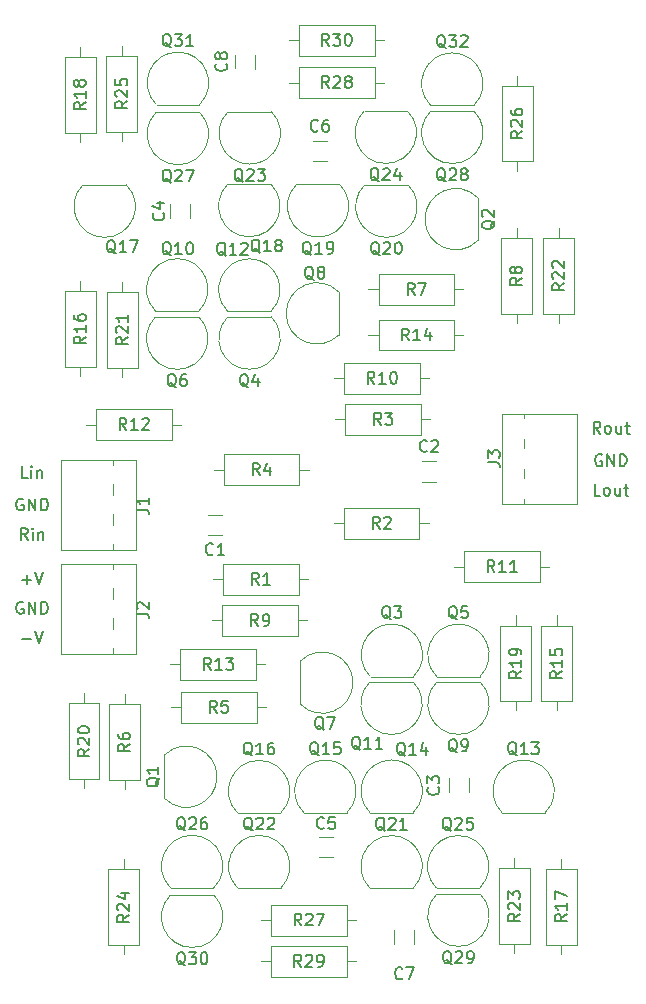
<source format=gto>
G04 #@! TF.FileFunction,Legend,Top*
%FSLAX46Y46*%
G04 Gerber Fmt 4.6, Leading zero omitted, Abs format (unit mm)*
G04 Created by KiCad (PCBNEW 4.0.6) date 10/15/17 12:58:51*
%MOMM*%
%LPD*%
G01*
G04 APERTURE LIST*
%ADD10C,0.100000*%
%ADD11C,0.150000*%
%ADD12C,0.120000*%
%ADD13C,1.400000*%
%ADD14R,1.400000X1.400000*%
%ADD15C,2.000000*%
%ADD16O,3.410000X1.910000*%
%ADD17O,2.000000X2.000000*%
%ADD18C,3.600000*%
G04 APERTURE END LIST*
D10*
D11*
X53119048Y47547619D02*
X52642857Y47547619D01*
X52642857Y48547619D01*
X53595238Y47547619D02*
X53500000Y47595238D01*
X53452381Y47642857D01*
X53404762Y47738095D01*
X53404762Y48023810D01*
X53452381Y48119048D01*
X53500000Y48166667D01*
X53595238Y48214286D01*
X53738096Y48214286D01*
X53833334Y48166667D01*
X53880953Y48119048D01*
X53928572Y48023810D01*
X53928572Y47738095D01*
X53880953Y47642857D01*
X53833334Y47595238D01*
X53738096Y47547619D01*
X53595238Y47547619D01*
X54785715Y48214286D02*
X54785715Y47547619D01*
X54357143Y48214286D02*
X54357143Y47690476D01*
X54404762Y47595238D01*
X54500000Y47547619D01*
X54642858Y47547619D01*
X54738096Y47595238D01*
X54785715Y47642857D01*
X55119048Y48214286D02*
X55500000Y48214286D01*
X55261905Y48547619D02*
X55261905Y47690476D01*
X55309524Y47595238D01*
X55404762Y47547619D01*
X55500000Y47547619D01*
X53238096Y51000000D02*
X53142858Y51047619D01*
X53000001Y51047619D01*
X52857143Y51000000D01*
X52761905Y50904762D01*
X52714286Y50809524D01*
X52666667Y50619048D01*
X52666667Y50476190D01*
X52714286Y50285714D01*
X52761905Y50190476D01*
X52857143Y50095238D01*
X53000001Y50047619D01*
X53095239Y50047619D01*
X53238096Y50095238D01*
X53285715Y50142857D01*
X53285715Y50476190D01*
X53095239Y50476190D01*
X53714286Y50047619D02*
X53714286Y51047619D01*
X54285715Y50047619D01*
X54285715Y51047619D01*
X54761905Y50047619D02*
X54761905Y51047619D01*
X55000000Y51047619D01*
X55142858Y51000000D01*
X55238096Y50904762D01*
X55285715Y50809524D01*
X55333334Y50619048D01*
X55333334Y50476190D01*
X55285715Y50285714D01*
X55238096Y50190476D01*
X55142858Y50095238D01*
X55000000Y50047619D01*
X54761905Y50047619D01*
X53119048Y52797619D02*
X52785714Y53273810D01*
X52547619Y52797619D02*
X52547619Y53797619D01*
X52928572Y53797619D01*
X53023810Y53750000D01*
X53071429Y53702381D01*
X53119048Y53607143D01*
X53119048Y53464286D01*
X53071429Y53369048D01*
X53023810Y53321429D01*
X52928572Y53273810D01*
X52547619Y53273810D01*
X53690476Y52797619D02*
X53595238Y52845238D01*
X53547619Y52892857D01*
X53500000Y52988095D01*
X53500000Y53273810D01*
X53547619Y53369048D01*
X53595238Y53416667D01*
X53690476Y53464286D01*
X53833334Y53464286D01*
X53928572Y53416667D01*
X53976191Y53369048D01*
X54023810Y53273810D01*
X54023810Y52988095D01*
X53976191Y52892857D01*
X53928572Y52845238D01*
X53833334Y52797619D01*
X53690476Y52797619D01*
X54880953Y53464286D02*
X54880953Y52797619D01*
X54452381Y53464286D02*
X54452381Y52940476D01*
X54500000Y52845238D01*
X54595238Y52797619D01*
X54738096Y52797619D01*
X54833334Y52845238D01*
X54880953Y52892857D01*
X55214286Y53464286D02*
X55595238Y53464286D01*
X55357143Y53797619D02*
X55357143Y52940476D01*
X55404762Y52845238D01*
X55500000Y52797619D01*
X55595238Y52797619D01*
X4238096Y47250000D02*
X4142858Y47297619D01*
X4000001Y47297619D01*
X3857143Y47250000D01*
X3761905Y47154762D01*
X3714286Y47059524D01*
X3666667Y46869048D01*
X3666667Y46726190D01*
X3714286Y46535714D01*
X3761905Y46440476D01*
X3857143Y46345238D01*
X4000001Y46297619D01*
X4095239Y46297619D01*
X4238096Y46345238D01*
X4285715Y46392857D01*
X4285715Y46726190D01*
X4095239Y46726190D01*
X4714286Y46297619D02*
X4714286Y47297619D01*
X5285715Y46297619D01*
X5285715Y47297619D01*
X5761905Y46297619D02*
X5761905Y47297619D01*
X6000000Y47297619D01*
X6142858Y47250000D01*
X6238096Y47154762D01*
X6285715Y47059524D01*
X6333334Y46869048D01*
X6333334Y46726190D01*
X6285715Y46535714D01*
X6238096Y46440476D01*
X6142858Y46345238D01*
X6000000Y46297619D01*
X5761905Y46297619D01*
X4619048Y43797619D02*
X4285714Y44273810D01*
X4047619Y43797619D02*
X4047619Y44797619D01*
X4428572Y44797619D01*
X4523810Y44750000D01*
X4571429Y44702381D01*
X4619048Y44607143D01*
X4619048Y44464286D01*
X4571429Y44369048D01*
X4523810Y44321429D01*
X4428572Y44273810D01*
X4047619Y44273810D01*
X5047619Y43797619D02*
X5047619Y44464286D01*
X5047619Y44797619D02*
X5000000Y44750000D01*
X5047619Y44702381D01*
X5095238Y44750000D01*
X5047619Y44797619D01*
X5047619Y44702381D01*
X5523809Y44464286D02*
X5523809Y43797619D01*
X5523809Y44369048D02*
X5571428Y44416667D01*
X5666666Y44464286D01*
X5809524Y44464286D01*
X5904762Y44416667D01*
X5952381Y44321429D01*
X5952381Y43797619D01*
X4619048Y49047619D02*
X4142857Y49047619D01*
X4142857Y50047619D01*
X4952381Y49047619D02*
X4952381Y49714286D01*
X4952381Y50047619D02*
X4904762Y50000000D01*
X4952381Y49952381D01*
X5000000Y50000000D01*
X4952381Y50047619D01*
X4952381Y49952381D01*
X5428571Y49714286D02*
X5428571Y49047619D01*
X5428571Y49619048D02*
X5476190Y49666667D01*
X5571428Y49714286D01*
X5714286Y49714286D01*
X5809524Y49666667D01*
X5857143Y49571429D01*
X5857143Y49047619D01*
X4190476Y40428571D02*
X4952381Y40428571D01*
X4571429Y40047619D02*
X4571429Y40809524D01*
X5285714Y41047619D02*
X5619047Y40047619D01*
X5952381Y41047619D01*
X4190476Y35428571D02*
X4952381Y35428571D01*
X5285714Y36047619D02*
X5619047Y35047619D01*
X5952381Y36047619D01*
X4238096Y38500000D02*
X4142858Y38547619D01*
X4000001Y38547619D01*
X3857143Y38500000D01*
X3761905Y38404762D01*
X3714286Y38309524D01*
X3666667Y38119048D01*
X3666667Y37976190D01*
X3714286Y37785714D01*
X3761905Y37690476D01*
X3857143Y37595238D01*
X4000001Y37547619D01*
X4095239Y37547619D01*
X4238096Y37595238D01*
X4285715Y37642857D01*
X4285715Y37976190D01*
X4095239Y37976190D01*
X4714286Y37547619D02*
X4714286Y38547619D01*
X5285715Y37547619D01*
X5285715Y38547619D01*
X5761905Y37547619D02*
X5761905Y38547619D01*
X6000000Y38547619D01*
X6142858Y38500000D01*
X6238096Y38404762D01*
X6285715Y38309524D01*
X6333334Y38119048D01*
X6333334Y37976190D01*
X6285715Y37785714D01*
X6238096Y37690476D01*
X6142858Y37595238D01*
X6000000Y37547619D01*
X5761905Y37547619D01*
X4238096Y38500000D02*
X4142858Y38547619D01*
X4000001Y38547619D01*
X3857143Y38500000D01*
X3761905Y38404762D01*
X3714286Y38309524D01*
X3666667Y38119048D01*
X3666667Y37976190D01*
X3714286Y37785714D01*
X3761905Y37690476D01*
X3857143Y37595238D01*
X4000001Y37547619D01*
X4095239Y37547619D01*
X4238096Y37595238D01*
X4285715Y37642857D01*
X4285715Y37976190D01*
X4095239Y37976190D01*
X4714286Y37547619D02*
X4714286Y38547619D01*
X5285715Y37547619D01*
X5285715Y38547619D01*
X5761905Y37547619D02*
X5761905Y38547619D01*
X6000000Y38547619D01*
X6142858Y38500000D01*
X6238096Y38404762D01*
X6285715Y38309524D01*
X6333334Y38119048D01*
X6333334Y37976190D01*
X6285715Y37785714D01*
X6238096Y37690476D01*
X6142858Y37595238D01*
X6000000Y37547619D01*
X5761905Y37547619D01*
X4190476Y35428571D02*
X4952381Y35428571D01*
X5285714Y36047619D02*
X5619047Y35047619D01*
X5952381Y36047619D01*
X4190476Y40428571D02*
X4952381Y40428571D01*
X4571429Y40047619D02*
X4571429Y40809524D01*
X5285714Y41047619D02*
X5619047Y40047619D01*
X5952381Y41047619D01*
D12*
X37238080Y31773740D02*
X33638080Y31773740D01*
X37276558Y31762218D02*
G75*
G02X35438080Y27323740I-1838478J-1838478D01*
G01*
X33599602Y31762218D02*
G75*
G03X35438080Y27323740I1838478J-1838478D01*
G01*
X21081940Y44206220D02*
X19907940Y44206220D01*
X21081940Y45928220D02*
X19907940Y45928220D01*
X38011160Y50439260D02*
X39185160Y50439260D01*
X38011160Y48717260D02*
X39185160Y48717260D01*
X41996300Y23601620D02*
X41996300Y22427620D01*
X40274300Y23601620D02*
X40274300Y22427620D01*
X16670080Y71046400D02*
X16670080Y72220400D01*
X18392080Y71046400D02*
X18392080Y72220400D01*
X29296420Y18641000D02*
X30470420Y18641000D01*
X29296420Y16919000D02*
X30470420Y16919000D01*
X28776990Y77572810D02*
X29950990Y77572810D01*
X28776990Y75850810D02*
X29950990Y75850810D01*
X35643880Y9586020D02*
X35643880Y10760020D01*
X37365880Y9586020D02*
X37365880Y10760020D01*
X23881020Y84876580D02*
X23881020Y83702580D01*
X22159020Y84876580D02*
X22159020Y83702580D01*
X13789740Y50563780D02*
X7449740Y50563780D01*
X13789740Y42943780D02*
X7449740Y42943780D01*
X11889740Y42943780D02*
X11889740Y50563780D01*
X13789740Y50563780D02*
X13789740Y42943780D01*
X7449740Y42943780D02*
X7449740Y50563780D01*
X13789740Y41734740D02*
X7449740Y41734740D01*
X13789740Y34114740D02*
X7449740Y34114740D01*
X11889740Y34114740D02*
X11889740Y41734740D01*
X13789740Y41734740D02*
X13789740Y34114740D01*
X7449740Y34114740D02*
X7449740Y41734740D01*
X44769960Y46850300D02*
X51109960Y46850300D01*
X44769960Y54470300D02*
X51109960Y54470300D01*
X46669960Y54470300D02*
X46669960Y46850300D01*
X44769960Y46850300D02*
X44769960Y54470300D01*
X51109960Y54470300D02*
X51109960Y46850300D01*
X16211940Y25546460D02*
X16211940Y21946460D01*
X16223462Y25584938D02*
G75*
G02X20661940Y23746460I1838478J-1838478D01*
G01*
X16223462Y21907982D02*
G75*
G03X20661940Y23746460I1838478J1838478D01*
G01*
X42721140Y69154900D02*
X42721140Y72754900D01*
X42709618Y69116422D02*
G75*
G02X38271140Y70954900I-1838478J1838478D01*
G01*
X42709618Y72793378D02*
G75*
G03X38271140Y70954900I-1838478J-1838478D01*
G01*
X33671100Y32227640D02*
X37271100Y32227640D01*
X33632622Y32239162D02*
G75*
G02X35471100Y36677640I1838478J1838478D01*
G01*
X37309578Y32239162D02*
G75*
G03X35471100Y36677640I-1838478J1838478D01*
G01*
X25216260Y62693160D02*
X21616260Y62693160D01*
X25254738Y62681638D02*
G75*
G02X23416260Y58243160I-1838478J-1838478D01*
G01*
X21577782Y62681638D02*
G75*
G03X23416260Y58243160I1838478J-1838478D01*
G01*
X39305600Y32227640D02*
X42905600Y32227640D01*
X39267122Y32239162D02*
G75*
G02X41105600Y36677640I1838478J1838478D01*
G01*
X42944078Y32239162D02*
G75*
G03X41105600Y36677640I-1838478J1838478D01*
G01*
X19092320Y62688080D02*
X15492320Y62688080D01*
X19130798Y62676558D02*
G75*
G02X17292320Y58238080I-1838478J-1838478D01*
G01*
X15453842Y62676558D02*
G75*
G03X17292320Y58238080I1838478J-1838478D01*
G01*
X27720680Y33519520D02*
X27720680Y29919520D01*
X27732202Y33557998D02*
G75*
G02X32170680Y31719520I1838478J-1838478D01*
G01*
X27732202Y29881042D02*
G75*
G03X32170680Y31719520I1838478J1838478D01*
G01*
X30968560Y61174220D02*
X30968560Y64774220D01*
X30957038Y61135742D02*
G75*
G02X26518560Y62974220I-1838478J1838478D01*
G01*
X30957038Y64812698D02*
G75*
G03X26518560Y62974220I-1838478J-1838478D01*
G01*
X42907360Y31777640D02*
X39307360Y31777640D01*
X42945838Y31766118D02*
G75*
G02X41107360Y27327640I-1838478J-1838478D01*
G01*
X39268882Y31766118D02*
G75*
G03X41107360Y27327640I1838478J-1838478D01*
G01*
X15494860Y63161300D02*
X19094860Y63161300D01*
X15456382Y63172822D02*
G75*
G02X17294860Y67611300I1838478J1838478D01*
G01*
X19133338Y63172822D02*
G75*
G03X17294860Y67611300I-1838478J1838478D01*
G01*
X21603560Y63146060D02*
X25203560Y63146060D01*
X21565082Y63157582D02*
G75*
G02X23403560Y67596060I1838478J1838478D01*
G01*
X25242038Y63157582D02*
G75*
G03X23403560Y67596060I-1838478J1838478D01*
G01*
X44819160Y20707740D02*
X48419160Y20707740D01*
X44780682Y20719262D02*
G75*
G02X46619160Y25157740I1838478J1838478D01*
G01*
X48457638Y20719262D02*
G75*
G03X46619160Y25157740I-1838478J1838478D01*
G01*
X33648240Y20717900D02*
X37248240Y20717900D01*
X33609762Y20729422D02*
G75*
G02X35448240Y25167900I1838478J1838478D01*
G01*
X37286718Y20729422D02*
G75*
G03X35448240Y25167900I-1838478J1838478D01*
G01*
X28039920Y20707740D02*
X31639920Y20707740D01*
X28001442Y20719262D02*
G75*
G02X29839920Y25157740I1838478J1838478D01*
G01*
X31678398Y20719262D02*
G75*
G03X29839920Y25157740I-1838478J1838478D01*
G01*
X22426520Y20684880D02*
X26026520Y20684880D01*
X22388042Y20696402D02*
G75*
G02X24226520Y25134880I1838478J1838478D01*
G01*
X26064998Y20696402D02*
G75*
G03X24226520Y25134880I-1838478J1838478D01*
G01*
X12950600Y73864080D02*
X9350600Y73864080D01*
X12989078Y73852558D02*
G75*
G02X11150600Y69414080I-1838478J-1838478D01*
G01*
X9312122Y73852558D02*
G75*
G03X11150600Y69414080I1838478J-1838478D01*
G01*
X25201020Y73912340D02*
X21601020Y73912340D01*
X25239498Y73900818D02*
G75*
G02X23401020Y69462340I-1838478J-1838478D01*
G01*
X21562542Y73900818D02*
G75*
G03X23401020Y69462340I1838478J-1838478D01*
G01*
X31020160Y73892020D02*
X27420160Y73892020D01*
X31058638Y73880498D02*
G75*
G02X29220160Y69442020I-1838478J-1838478D01*
G01*
X27381682Y73880498D02*
G75*
G03X29220160Y69442020I1838478J-1838478D01*
G01*
X36803740Y73864080D02*
X33203740Y73864080D01*
X36842218Y73852558D02*
G75*
G02X35003740Y69414080I-1838478J-1838478D01*
G01*
X33165262Y73852558D02*
G75*
G03X35003740Y69414080I1838478J-1838478D01*
G01*
X33645600Y14317640D02*
X37245600Y14317640D01*
X33607122Y14329162D02*
G75*
G02X35445600Y18767640I1838478J1838478D01*
G01*
X37284078Y14329162D02*
G75*
G03X35445600Y18767640I-1838478J1838478D01*
G01*
X22439220Y14332340D02*
X26039220Y14332340D01*
X22400742Y14343862D02*
G75*
G02X24239220Y18782340I1838478J1838478D01*
G01*
X26077698Y14343862D02*
G75*
G03X24239220Y18782340I-1838478J1838478D01*
G01*
X25232770Y80065490D02*
X21632770Y80065490D01*
X25271248Y80053968D02*
G75*
G02X23432770Y75615490I-1838478J-1838478D01*
G01*
X21594292Y80053968D02*
G75*
G03X23432770Y75615490I1838478J-1838478D01*
G01*
X36754210Y80121370D02*
X33154210Y80121370D01*
X36792688Y80109848D02*
G75*
G02X34954210Y75671370I-1838478J-1838478D01*
G01*
X33115732Y80109848D02*
G75*
G03X34954210Y75671370I1838478J-1838478D01*
G01*
X39275600Y14317640D02*
X42875600Y14317640D01*
X39237122Y14329162D02*
G75*
G02X41075600Y18767640I1838478J1838478D01*
G01*
X42914078Y14329162D02*
G75*
G03X41075600Y18767640I-1838478J1838478D01*
G01*
X16757240Y14342500D02*
X20357240Y14342500D01*
X16718762Y14354022D02*
G75*
G02X18557240Y18792500I1838478J1838478D01*
G01*
X20395718Y14354022D02*
G75*
G03X18557240Y18792500I-1838478J1838478D01*
G01*
X19149470Y80009610D02*
X15549470Y80009610D01*
X19187948Y79998088D02*
G75*
G02X17349470Y75559610I-1838478J-1838478D01*
G01*
X15510992Y79998088D02*
G75*
G03X17349470Y75559610I1838478J-1838478D01*
G01*
X42387930Y80111210D02*
X38787930Y80111210D01*
X42426408Y80099688D02*
G75*
G02X40587930Y75661210I-1838478J-1838478D01*
G01*
X38749452Y80099688D02*
G75*
G03X40587930Y75661210I1838478J-1838478D01*
G01*
X42905600Y13827640D02*
X39305600Y13827640D01*
X42944078Y13816118D02*
G75*
G02X41105600Y9377640I-1838478J-1838478D01*
G01*
X39267122Y13816118D02*
G75*
G03X41105600Y9377640I1838478J-1838478D01*
G01*
X20357240Y13739740D02*
X16757240Y13739740D01*
X20395718Y13728218D02*
G75*
G02X18557240Y9289740I-1838478J-1838478D01*
G01*
X16718762Y13728218D02*
G75*
G03X18557240Y9289740I1838478J-1838478D01*
G01*
X15557090Y80653010D02*
X19157090Y80653010D01*
X15518612Y80664532D02*
G75*
G02X17357090Y85103010I1838478J1838478D01*
G01*
X19195568Y80664532D02*
G75*
G03X17357090Y85103010I-1838478J1838478D01*
G01*
X38787930Y80586970D02*
X42387930Y80586970D01*
X38749452Y80598492D02*
G75*
G02X40587930Y85036970I1838478J1838478D01*
G01*
X42426408Y80598492D02*
G75*
G03X40587930Y85036970I-1838478J1838478D01*
G01*
X21148600Y41774740D02*
X21148600Y39154740D01*
X21148600Y39154740D02*
X27568600Y39154740D01*
X27568600Y39154740D02*
X27568600Y41774740D01*
X27568600Y41774740D02*
X21148600Y41774740D01*
X20258600Y40464740D02*
X21148600Y40464740D01*
X28458600Y40464740D02*
X27568600Y40464740D01*
X37804800Y43904540D02*
X37804800Y46524540D01*
X37804800Y46524540D02*
X31384800Y46524540D01*
X31384800Y46524540D02*
X31384800Y43904540D01*
X31384800Y43904540D02*
X37804800Y43904540D01*
X38694800Y45214540D02*
X37804800Y45214540D01*
X30494800Y45214540D02*
X31384800Y45214540D01*
X37931800Y52692940D02*
X37931800Y55312940D01*
X37931800Y55312940D02*
X31511800Y55312940D01*
X31511800Y55312940D02*
X31511800Y52692940D01*
X31511800Y52692940D02*
X37931800Y52692940D01*
X38821800Y54002940D02*
X37931800Y54002940D01*
X30621800Y54002940D02*
X31511800Y54002940D01*
X21224800Y51045740D02*
X21224800Y48425740D01*
X21224800Y48425740D02*
X27644800Y48425740D01*
X27644800Y48425740D02*
X27644800Y51045740D01*
X27644800Y51045740D02*
X21224800Y51045740D01*
X20334800Y49735740D02*
X21224800Y49735740D01*
X28534800Y49735740D02*
X27644800Y49735740D01*
X24027840Y28326720D02*
X24027840Y30946720D01*
X24027840Y30946720D02*
X17607840Y30946720D01*
X17607840Y30946720D02*
X17607840Y28326720D01*
X17607840Y28326720D02*
X24027840Y28326720D01*
X24917840Y29636720D02*
X24027840Y29636720D01*
X16717840Y29636720D02*
X17607840Y29636720D01*
X11524620Y23477780D02*
X14144620Y23477780D01*
X14144620Y23477780D02*
X14144620Y29897780D01*
X14144620Y29897780D02*
X11524620Y29897780D01*
X11524620Y29897780D02*
X11524620Y23477780D01*
X12834620Y22587780D02*
X12834620Y23477780D01*
X12834620Y30787780D02*
X12834620Y29897780D01*
X34341360Y66311140D02*
X34341360Y63691140D01*
X34341360Y63691140D02*
X40761360Y63691140D01*
X40761360Y63691140D02*
X40761360Y66311140D01*
X40761360Y66311140D02*
X34341360Y66311140D01*
X33451360Y65001140D02*
X34341360Y65001140D01*
X41651360Y65001140D02*
X40761360Y65001140D01*
X47337340Y69369380D02*
X44717340Y69369380D01*
X44717340Y69369380D02*
X44717340Y62949380D01*
X44717340Y62949380D02*
X47337340Y62949380D01*
X47337340Y62949380D02*
X47337340Y69369380D01*
X46027340Y70259380D02*
X46027340Y69369380D01*
X46027340Y62059380D02*
X46027340Y62949380D01*
X27510180Y35664780D02*
X27510180Y38284780D01*
X27510180Y38284780D02*
X21090180Y38284780D01*
X21090180Y38284780D02*
X21090180Y35664780D01*
X21090180Y35664780D02*
X27510180Y35664780D01*
X28400180Y36974780D02*
X27510180Y36974780D01*
X20200180Y36974780D02*
X21090180Y36974780D01*
X31412740Y58787660D02*
X31412740Y56167660D01*
X31412740Y56167660D02*
X37832740Y56167660D01*
X37832740Y56167660D02*
X37832740Y58787660D01*
X37832740Y58787660D02*
X31412740Y58787660D01*
X30522740Y57477660D02*
X31412740Y57477660D01*
X38722740Y57477660D02*
X37832740Y57477660D01*
X48005440Y40213920D02*
X48005440Y42833920D01*
X48005440Y42833920D02*
X41585440Y42833920D01*
X41585440Y42833920D02*
X41585440Y40213920D01*
X41585440Y40213920D02*
X48005440Y40213920D01*
X48895440Y41523920D02*
X48005440Y41523920D01*
X40695440Y41523920D02*
X41585440Y41523920D01*
X10419640Y54873520D02*
X10419640Y52253520D01*
X10419640Y52253520D02*
X16839640Y52253520D01*
X16839640Y52253520D02*
X16839640Y54873520D01*
X16839640Y54873520D02*
X10419640Y54873520D01*
X9529640Y53563520D02*
X10419640Y53563520D01*
X17729640Y53563520D02*
X16839640Y53563520D01*
X23979580Y31948760D02*
X23979580Y34568760D01*
X23979580Y34568760D02*
X17559580Y34568760D01*
X17559580Y34568760D02*
X17559580Y31948760D01*
X17559580Y31948760D02*
X23979580Y31948760D01*
X24869580Y33258760D02*
X23979580Y33258760D01*
X16669580Y33258760D02*
X17559580Y33258760D01*
X34341360Y62455420D02*
X34341360Y59835420D01*
X34341360Y59835420D02*
X40761360Y59835420D01*
X40761360Y59835420D02*
X40761360Y62455420D01*
X40761360Y62455420D02*
X34341360Y62455420D01*
X33451360Y61145420D02*
X34341360Y61145420D01*
X41651360Y61145420D02*
X40761360Y61145420D01*
X48118400Y30127500D02*
X50738400Y30127500D01*
X50738400Y30127500D02*
X50738400Y36547500D01*
X50738400Y36547500D02*
X48118400Y36547500D01*
X48118400Y36547500D02*
X48118400Y30127500D01*
X49428400Y29237500D02*
X49428400Y30127500D01*
X49428400Y37437500D02*
X49428400Y36547500D01*
X10405740Y64863420D02*
X7785740Y64863420D01*
X7785740Y64863420D02*
X7785740Y58443420D01*
X7785740Y58443420D02*
X10405740Y58443420D01*
X10405740Y58443420D02*
X10405740Y64863420D01*
X9095740Y65753420D02*
X9095740Y64863420D01*
X9095740Y57553420D02*
X9095740Y58443420D01*
X51111780Y15948100D02*
X48491780Y15948100D01*
X48491780Y15948100D02*
X48491780Y9528100D01*
X48491780Y9528100D02*
X51111780Y9528100D01*
X51111780Y9528100D02*
X51111780Y15948100D01*
X49801780Y16838100D02*
X49801780Y15948100D01*
X49801780Y8638100D02*
X49801780Y9528100D01*
X7770500Y78280820D02*
X10390500Y78280820D01*
X10390500Y78280820D02*
X10390500Y84700820D01*
X10390500Y84700820D02*
X7770500Y84700820D01*
X7770500Y84700820D02*
X7770500Y78280820D01*
X9080500Y77390820D02*
X9080500Y78280820D01*
X9080500Y85590820D02*
X9080500Y84700820D01*
X44653840Y30127500D02*
X47273840Y30127500D01*
X47273840Y30127500D02*
X47273840Y36547500D01*
X47273840Y36547500D02*
X44653840Y36547500D01*
X44653840Y36547500D02*
X44653840Y30127500D01*
X45963840Y29237500D02*
X45963840Y30127500D01*
X45963840Y37437500D02*
X45963840Y36547500D01*
X8090540Y23531120D02*
X10710540Y23531120D01*
X10710540Y23531120D02*
X10710540Y29951120D01*
X10710540Y29951120D02*
X8090540Y29951120D01*
X8090540Y29951120D02*
X8090540Y23531120D01*
X9400540Y22641120D02*
X9400540Y23531120D01*
X9400540Y30841120D02*
X9400540Y29951120D01*
X11334120Y58377380D02*
X13954120Y58377380D01*
X13954120Y58377380D02*
X13954120Y64797380D01*
X13954120Y64797380D02*
X11334120Y64797380D01*
X11334120Y64797380D02*
X11334120Y58377380D01*
X12644120Y57487380D02*
X12644120Y58377380D01*
X12644120Y65687380D02*
X12644120Y64797380D01*
X50913660Y69369380D02*
X48293660Y69369380D01*
X48293660Y69369380D02*
X48293660Y62949380D01*
X48293660Y62949380D02*
X50913660Y62949380D01*
X50913660Y62949380D02*
X50913660Y69369380D01*
X49603660Y70259380D02*
X49603660Y69369380D01*
X49603660Y62059380D02*
X49603660Y62949380D01*
X44539540Y9563660D02*
X47159540Y9563660D01*
X47159540Y9563660D02*
X47159540Y15983660D01*
X47159540Y15983660D02*
X44539540Y15983660D01*
X44539540Y15983660D02*
X44539540Y9563660D01*
X45849540Y8673660D02*
X45849540Y9563660D01*
X45849540Y16873660D02*
X45849540Y15983660D01*
X14073500Y15910000D02*
X11453500Y15910000D01*
X11453500Y15910000D02*
X11453500Y9490000D01*
X11453500Y9490000D02*
X14073500Y9490000D01*
X14073500Y9490000D02*
X14073500Y15910000D01*
X12763500Y16800000D02*
X12763500Y15910000D01*
X12763500Y8600000D02*
X12763500Y9490000D01*
X13921100Y84794800D02*
X11301100Y84794800D01*
X11301100Y84794800D02*
X11301100Y78374800D01*
X11301100Y78374800D02*
X13921100Y78374800D01*
X13921100Y78374800D02*
X13921100Y84794800D01*
X12611100Y85684800D02*
X12611100Y84794800D01*
X12611100Y77484800D02*
X12611100Y78374800D01*
X44761790Y75838610D02*
X47381790Y75838610D01*
X47381790Y75838610D02*
X47381790Y82258610D01*
X47381790Y82258610D02*
X44761790Y82258610D01*
X44761790Y82258610D02*
X44761790Y75838610D01*
X46071790Y74948610D02*
X46071790Y75838610D01*
X46071790Y83148610D02*
X46071790Y82258610D01*
X25243080Y12915260D02*
X25243080Y10295260D01*
X25243080Y10295260D02*
X31663080Y10295260D01*
X31663080Y10295260D02*
X31663080Y12915260D01*
X31663080Y12915260D02*
X25243080Y12915260D01*
X24353080Y11605260D02*
X25243080Y11605260D01*
X32553080Y11605260D02*
X31663080Y11605260D01*
X34002420Y81212060D02*
X34002420Y83832060D01*
X34002420Y83832060D02*
X27582420Y83832060D01*
X27582420Y83832060D02*
X27582420Y81212060D01*
X27582420Y81212060D02*
X34002420Y81212060D01*
X34892420Y82522060D02*
X34002420Y82522060D01*
X26692420Y82522060D02*
X27582420Y82522060D01*
X25215140Y9422760D02*
X25215140Y6802760D01*
X25215140Y6802760D02*
X31635140Y6802760D01*
X31635140Y6802760D02*
X31635140Y9422760D01*
X31635140Y9422760D02*
X25215140Y9422760D01*
X24325140Y8112760D02*
X25215140Y8112760D01*
X32525140Y8112760D02*
X31635140Y8112760D01*
X34002420Y84788380D02*
X34002420Y87408380D01*
X34002420Y87408380D02*
X27582420Y87408380D01*
X27582420Y87408380D02*
X27582420Y84788380D01*
X27582420Y84788380D02*
X34002420Y84788380D01*
X34892420Y86098380D02*
X34002420Y86098380D01*
X26692420Y86098380D02*
X27582420Y86098380D01*
D11*
X32804172Y26036021D02*
X32708934Y26083640D01*
X32613696Y26178878D01*
X32470839Y26321735D01*
X32375600Y26369354D01*
X32280362Y26369354D01*
X32327981Y26131259D02*
X32232743Y26178878D01*
X32137505Y26274116D01*
X32089886Y26464592D01*
X32089886Y26797926D01*
X32137505Y26988402D01*
X32232743Y27083640D01*
X32327981Y27131259D01*
X32518458Y27131259D01*
X32613696Y27083640D01*
X32708934Y26988402D01*
X32756553Y26797926D01*
X32756553Y26464592D01*
X32708934Y26274116D01*
X32613696Y26178878D01*
X32518458Y26131259D01*
X32327981Y26131259D01*
X33708934Y26131259D02*
X33137505Y26131259D01*
X33423219Y26131259D02*
X33423219Y27131259D01*
X33327981Y26988402D01*
X33232743Y26893164D01*
X33137505Y26845545D01*
X34661315Y26131259D02*
X34089886Y26131259D01*
X34375600Y26131259D02*
X34375600Y27131259D01*
X34280362Y26988402D01*
X34185124Y26893164D01*
X34089886Y26845545D01*
X20328274Y42600077D02*
X20280655Y42552458D01*
X20137798Y42504839D01*
X20042560Y42504839D01*
X19899702Y42552458D01*
X19804464Y42647696D01*
X19756845Y42742934D01*
X19709226Y42933410D01*
X19709226Y43076268D01*
X19756845Y43266744D01*
X19804464Y43361982D01*
X19899702Y43457220D01*
X20042560Y43504839D01*
X20137798Y43504839D01*
X20280655Y43457220D01*
X20328274Y43409601D01*
X21280655Y42504839D02*
X20709226Y42504839D01*
X20994940Y42504839D02*
X20994940Y43504839D01*
X20899702Y43361982D01*
X20804464Y43266744D01*
X20709226Y43219125D01*
X38431494Y51331117D02*
X38383875Y51283498D01*
X38241018Y51235879D01*
X38145780Y51235879D01*
X38002922Y51283498D01*
X37907684Y51378736D01*
X37860065Y51473974D01*
X37812446Y51664450D01*
X37812446Y51807308D01*
X37860065Y51997784D01*
X37907684Y52093022D01*
X38002922Y52188260D01*
X38145780Y52235879D01*
X38241018Y52235879D01*
X38383875Y52188260D01*
X38431494Y52140641D01*
X38812446Y52140641D02*
X38860065Y52188260D01*
X38955303Y52235879D01*
X39193399Y52235879D01*
X39288637Y52188260D01*
X39336256Y52140641D01*
X39383875Y52045403D01*
X39383875Y51950165D01*
X39336256Y51807308D01*
X38764827Y51235879D01*
X39383875Y51235879D01*
X39382443Y22848274D02*
X39430062Y22800655D01*
X39477681Y22657798D01*
X39477681Y22562560D01*
X39430062Y22419702D01*
X39334824Y22324464D01*
X39239586Y22276845D01*
X39049110Y22229226D01*
X38906252Y22229226D01*
X38715776Y22276845D01*
X38620538Y22324464D01*
X38525300Y22419702D01*
X38477681Y22562560D01*
X38477681Y22657798D01*
X38525300Y22800655D01*
X38572919Y22848274D01*
X38477681Y23181607D02*
X38477681Y23800655D01*
X38858633Y23467321D01*
X38858633Y23610179D01*
X38906252Y23705417D01*
X38953871Y23753036D01*
X39049110Y23800655D01*
X39287205Y23800655D01*
X39382443Y23753036D01*
X39430062Y23705417D01*
X39477681Y23610179D01*
X39477681Y23324464D01*
X39430062Y23229226D01*
X39382443Y23181607D01*
X16115303Y71471494D02*
X16162922Y71423875D01*
X16210541Y71281018D01*
X16210541Y71185780D01*
X16162922Y71042922D01*
X16067684Y70947684D01*
X15972446Y70900065D01*
X15781970Y70852446D01*
X15639112Y70852446D01*
X15448636Y70900065D01*
X15353398Y70947684D01*
X15258160Y71042922D01*
X15210541Y71185780D01*
X15210541Y71281018D01*
X15258160Y71423875D01*
X15305779Y71471494D01*
X15543874Y72328637D02*
X16210541Y72328637D01*
X15162922Y72090541D02*
X15877208Y71852446D01*
X15877208Y72471494D01*
X29716754Y19422857D02*
X29669135Y19375238D01*
X29526278Y19327619D01*
X29431040Y19327619D01*
X29288182Y19375238D01*
X29192944Y19470476D01*
X29145325Y19565714D01*
X29097706Y19756190D01*
X29097706Y19899048D01*
X29145325Y20089524D01*
X29192944Y20184762D01*
X29288182Y20280000D01*
X29431040Y20327619D01*
X29526278Y20327619D01*
X29669135Y20280000D01*
X29716754Y20232381D01*
X30621516Y20327619D02*
X30145325Y20327619D01*
X30097706Y19851429D01*
X30145325Y19899048D01*
X30240563Y19946667D01*
X30478659Y19946667D01*
X30573897Y19899048D01*
X30621516Y19851429D01*
X30669135Y19756190D01*
X30669135Y19518095D01*
X30621516Y19422857D01*
X30573897Y19375238D01*
X30478659Y19327619D01*
X30240563Y19327619D01*
X30145325Y19375238D01*
X30097706Y19422857D01*
X29197324Y78464667D02*
X29149705Y78417048D01*
X29006848Y78369429D01*
X28911610Y78369429D01*
X28768752Y78417048D01*
X28673514Y78512286D01*
X28625895Y78607524D01*
X28578276Y78798000D01*
X28578276Y78940858D01*
X28625895Y79131334D01*
X28673514Y79226572D01*
X28768752Y79321810D01*
X28911610Y79369429D01*
X29006848Y79369429D01*
X29149705Y79321810D01*
X29197324Y79274191D01*
X30054467Y79369429D02*
X29863990Y79369429D01*
X29768752Y79321810D01*
X29721133Y79274191D01*
X29625895Y79131334D01*
X29578276Y78940858D01*
X29578276Y78559905D01*
X29625895Y78464667D01*
X29673514Y78417048D01*
X29768752Y78369429D01*
X29959229Y78369429D01*
X30054467Y78417048D01*
X30102086Y78464667D01*
X30149705Y78559905D01*
X30149705Y78798000D01*
X30102086Y78893239D01*
X30054467Y78940858D01*
X29959229Y78988477D01*
X29768752Y78988477D01*
X29673514Y78940858D01*
X29625895Y78893239D01*
X29578276Y78798000D01*
X36358534Y6698977D02*
X36310915Y6651358D01*
X36168058Y6603739D01*
X36072820Y6603739D01*
X35929962Y6651358D01*
X35834724Y6746596D01*
X35787105Y6841834D01*
X35739486Y7032310D01*
X35739486Y7175168D01*
X35787105Y7365644D01*
X35834724Y7460882D01*
X35929962Y7556120D01*
X36072820Y7603739D01*
X36168058Y7603739D01*
X36310915Y7556120D01*
X36358534Y7508501D01*
X36691867Y7603739D02*
X37358534Y7603739D01*
X36929962Y6603739D01*
X21426443Y84123234D02*
X21474062Y84075615D01*
X21521681Y83932758D01*
X21521681Y83837520D01*
X21474062Y83694662D01*
X21378824Y83599424D01*
X21283586Y83551805D01*
X21093110Y83504186D01*
X20950252Y83504186D01*
X20759776Y83551805D01*
X20664538Y83599424D01*
X20569300Y83694662D01*
X20521681Y83837520D01*
X20521681Y83932758D01*
X20569300Y84075615D01*
X20616919Y84123234D01*
X20950252Y84694662D02*
X20902633Y84599424D01*
X20855014Y84551805D01*
X20759776Y84504186D01*
X20712157Y84504186D01*
X20616919Y84551805D01*
X20569300Y84599424D01*
X20521681Y84694662D01*
X20521681Y84885139D01*
X20569300Y84980377D01*
X20616919Y85027996D01*
X20712157Y85075615D01*
X20759776Y85075615D01*
X20855014Y85027996D01*
X20902633Y84980377D01*
X20950252Y84885139D01*
X20950252Y84694662D01*
X20997871Y84599424D01*
X21045490Y84551805D01*
X21140729Y84504186D01*
X21331205Y84504186D01*
X21426443Y84551805D01*
X21474062Y84599424D01*
X21521681Y84694662D01*
X21521681Y84885139D01*
X21474062Y84980377D01*
X21426443Y85027996D01*
X21331205Y85075615D01*
X21140729Y85075615D01*
X21045490Y85027996D01*
X20997871Y84980377D01*
X20950252Y84885139D01*
X13872121Y46370447D02*
X14586407Y46370447D01*
X14729264Y46322827D01*
X14824502Y46227589D01*
X14872121Y46084732D01*
X14872121Y45989494D01*
X14872121Y47370447D02*
X14872121Y46799018D01*
X14872121Y47084732D02*
X13872121Y47084732D01*
X14014978Y46989494D01*
X14110216Y46894256D01*
X14157835Y46799018D01*
X13872121Y37541407D02*
X14586407Y37541407D01*
X14729264Y37493787D01*
X14824502Y37398549D01*
X14872121Y37255692D01*
X14872121Y37160454D01*
X13967359Y37969978D02*
X13919740Y38017597D01*
X13872121Y38112835D01*
X13872121Y38350931D01*
X13919740Y38446169D01*
X13967359Y38493788D01*
X14062597Y38541407D01*
X14157835Y38541407D01*
X14300692Y38493788D01*
X14872121Y37922359D01*
X14872121Y38541407D01*
X43592341Y50376967D02*
X44306627Y50376967D01*
X44449484Y50329347D01*
X44544722Y50234109D01*
X44592341Y50091252D01*
X44592341Y49996014D01*
X43592341Y50757919D02*
X43592341Y51376967D01*
X43973293Y51043633D01*
X43973293Y51186491D01*
X44020912Y51281729D01*
X44068531Y51329348D01*
X44163770Y51376967D01*
X44401865Y51376967D01*
X44497103Y51329348D01*
X44544722Y51281729D01*
X44592341Y51186491D01*
X44592341Y50900776D01*
X44544722Y50805538D01*
X44497103Y50757919D01*
X15802859Y23666462D02*
X15755240Y23571224D01*
X15660002Y23475986D01*
X15517145Y23333129D01*
X15469526Y23237890D01*
X15469526Y23142652D01*
X15707621Y23190271D02*
X15660002Y23095033D01*
X15564764Y22999795D01*
X15374288Y22952176D01*
X15040954Y22952176D01*
X14850478Y22999795D01*
X14755240Y23095033D01*
X14707621Y23190271D01*
X14707621Y23380748D01*
X14755240Y23475986D01*
X14850478Y23571224D01*
X15040954Y23618843D01*
X15374288Y23618843D01*
X15564764Y23571224D01*
X15660002Y23475986D01*
X15707621Y23380748D01*
X15707621Y23190271D01*
X15707621Y24571224D02*
X15707621Y23999795D01*
X15707621Y24285509D02*
X14707621Y24285509D01*
X14850478Y24190271D01*
X14945716Y24095033D01*
X14993335Y23999795D01*
X44182279Y70834262D02*
X44134660Y70739024D01*
X44039422Y70643786D01*
X43896565Y70500929D01*
X43848946Y70405690D01*
X43848946Y70310452D01*
X44087041Y70358071D02*
X44039422Y70262833D01*
X43944184Y70167595D01*
X43753708Y70119976D01*
X43420374Y70119976D01*
X43229898Y70167595D01*
X43134660Y70262833D01*
X43087041Y70358071D01*
X43087041Y70548548D01*
X43134660Y70643786D01*
X43229898Y70739024D01*
X43420374Y70786643D01*
X43753708Y70786643D01*
X43944184Y70739024D01*
X44039422Y70643786D01*
X44087041Y70548548D01*
X44087041Y70358071D01*
X43182279Y71167595D02*
X43134660Y71215214D01*
X43087041Y71310452D01*
X43087041Y71548548D01*
X43134660Y71643786D01*
X43182279Y71691405D01*
X43277517Y71739024D01*
X43372755Y71739024D01*
X43515612Y71691405D01*
X44087041Y71119976D01*
X44087041Y71739024D01*
X35375862Y37090021D02*
X35280624Y37137640D01*
X35185386Y37232878D01*
X35042529Y37375735D01*
X34947290Y37423354D01*
X34852052Y37423354D01*
X34899671Y37185259D02*
X34804433Y37232878D01*
X34709195Y37328116D01*
X34661576Y37518592D01*
X34661576Y37851926D01*
X34709195Y38042402D01*
X34804433Y38137640D01*
X34899671Y38185259D01*
X35090148Y38185259D01*
X35185386Y38137640D01*
X35280624Y38042402D01*
X35328243Y37851926D01*
X35328243Y37518592D01*
X35280624Y37328116D01*
X35185386Y37232878D01*
X35090148Y37185259D01*
X34899671Y37185259D01*
X35661576Y38185259D02*
X36280624Y38185259D01*
X35947290Y37804307D01*
X36090148Y37804307D01*
X36185386Y37756688D01*
X36233005Y37709069D01*
X36280624Y37613830D01*
X36280624Y37375735D01*
X36233005Y37280497D01*
X36185386Y37232878D01*
X36090148Y37185259D01*
X35804433Y37185259D01*
X35709195Y37232878D01*
X35661576Y37280497D01*
X23321022Y56735541D02*
X23225784Y56783160D01*
X23130546Y56878398D01*
X22987689Y57021255D01*
X22892450Y57068874D01*
X22797212Y57068874D01*
X22844831Y56830779D02*
X22749593Y56878398D01*
X22654355Y56973636D01*
X22606736Y57164112D01*
X22606736Y57497446D01*
X22654355Y57687922D01*
X22749593Y57783160D01*
X22844831Y57830779D01*
X23035308Y57830779D01*
X23130546Y57783160D01*
X23225784Y57687922D01*
X23273403Y57497446D01*
X23273403Y57164112D01*
X23225784Y56973636D01*
X23130546Y56878398D01*
X23035308Y56830779D01*
X22844831Y56830779D01*
X24130546Y57497446D02*
X24130546Y56830779D01*
X23892450Y57878398D02*
X23654355Y57164112D01*
X24273403Y57164112D01*
X41010362Y37090021D02*
X40915124Y37137640D01*
X40819886Y37232878D01*
X40677029Y37375735D01*
X40581790Y37423354D01*
X40486552Y37423354D01*
X40534171Y37185259D02*
X40438933Y37232878D01*
X40343695Y37328116D01*
X40296076Y37518592D01*
X40296076Y37851926D01*
X40343695Y38042402D01*
X40438933Y38137640D01*
X40534171Y38185259D01*
X40724648Y38185259D01*
X40819886Y38137640D01*
X40915124Y38042402D01*
X40962743Y37851926D01*
X40962743Y37518592D01*
X40915124Y37328116D01*
X40819886Y37232878D01*
X40724648Y37185259D01*
X40534171Y37185259D01*
X41867505Y38185259D02*
X41391314Y38185259D01*
X41343695Y37709069D01*
X41391314Y37756688D01*
X41486552Y37804307D01*
X41724648Y37804307D01*
X41819886Y37756688D01*
X41867505Y37709069D01*
X41915124Y37613830D01*
X41915124Y37375735D01*
X41867505Y37280497D01*
X41819886Y37232878D01*
X41724648Y37185259D01*
X41486552Y37185259D01*
X41391314Y37232878D01*
X41343695Y37280497D01*
X17197082Y56730461D02*
X17101844Y56778080D01*
X17006606Y56873318D01*
X16863749Y57016175D01*
X16768510Y57063794D01*
X16673272Y57063794D01*
X16720891Y56825699D02*
X16625653Y56873318D01*
X16530415Y56968556D01*
X16482796Y57159032D01*
X16482796Y57492366D01*
X16530415Y57682842D01*
X16625653Y57778080D01*
X16720891Y57825699D01*
X16911368Y57825699D01*
X17006606Y57778080D01*
X17101844Y57682842D01*
X17149463Y57492366D01*
X17149463Y57159032D01*
X17101844Y56968556D01*
X17006606Y56873318D01*
X16911368Y56825699D01*
X16720891Y56825699D01*
X18006606Y57825699D02*
X17816129Y57825699D01*
X17720891Y57778080D01*
X17673272Y57730461D01*
X17578034Y57587604D01*
X17530415Y57397128D01*
X17530415Y57016175D01*
X17578034Y56920937D01*
X17625653Y56873318D01*
X17720891Y56825699D01*
X17911368Y56825699D01*
X18006606Y56873318D01*
X18054225Y56920937D01*
X18101844Y57016175D01*
X18101844Y57254270D01*
X18054225Y57349509D01*
X18006606Y57397128D01*
X17911368Y57444747D01*
X17720891Y57444747D01*
X17625653Y57397128D01*
X17578034Y57349509D01*
X17530415Y57254270D01*
X29698962Y27720041D02*
X29603724Y27767660D01*
X29508486Y27862898D01*
X29365629Y28005755D01*
X29270390Y28053374D01*
X29175152Y28053374D01*
X29222771Y27815279D02*
X29127533Y27862898D01*
X29032295Y27958136D01*
X28984676Y28148612D01*
X28984676Y28481946D01*
X29032295Y28672422D01*
X29127533Y28767660D01*
X29222771Y28815279D01*
X29413248Y28815279D01*
X29508486Y28767660D01*
X29603724Y28672422D01*
X29651343Y28481946D01*
X29651343Y28148612D01*
X29603724Y27958136D01*
X29508486Y27862898D01*
X29413248Y27815279D01*
X29222771Y27815279D01*
X29984676Y28815279D02*
X30651343Y28815279D01*
X30222771Y27815279D01*
X28837902Y65830201D02*
X28742664Y65877820D01*
X28647426Y65973058D01*
X28504569Y66115915D01*
X28409330Y66163534D01*
X28314092Y66163534D01*
X28361711Y65925439D02*
X28266473Y65973058D01*
X28171235Y66068296D01*
X28123616Y66258772D01*
X28123616Y66592106D01*
X28171235Y66782582D01*
X28266473Y66877820D01*
X28361711Y66925439D01*
X28552188Y66925439D01*
X28647426Y66877820D01*
X28742664Y66782582D01*
X28790283Y66592106D01*
X28790283Y66258772D01*
X28742664Y66068296D01*
X28647426Y65973058D01*
X28552188Y65925439D01*
X28361711Y65925439D01*
X29361711Y66496868D02*
X29266473Y66544487D01*
X29218854Y66592106D01*
X29171235Y66687344D01*
X29171235Y66734963D01*
X29218854Y66830201D01*
X29266473Y66877820D01*
X29361711Y66925439D01*
X29552188Y66925439D01*
X29647426Y66877820D01*
X29695045Y66830201D01*
X29742664Y66734963D01*
X29742664Y66687344D01*
X29695045Y66592106D01*
X29647426Y66544487D01*
X29552188Y66496868D01*
X29361711Y66496868D01*
X29266473Y66449249D01*
X29218854Y66401630D01*
X29171235Y66306391D01*
X29171235Y66115915D01*
X29218854Y66020677D01*
X29266473Y65973058D01*
X29361711Y65925439D01*
X29552188Y65925439D01*
X29647426Y65973058D01*
X29695045Y66020677D01*
X29742664Y66115915D01*
X29742664Y66306391D01*
X29695045Y66401630D01*
X29647426Y66449249D01*
X29552188Y66496868D01*
X41012122Y25820021D02*
X40916884Y25867640D01*
X40821646Y25962878D01*
X40678789Y26105735D01*
X40583550Y26153354D01*
X40488312Y26153354D01*
X40535931Y25915259D02*
X40440693Y25962878D01*
X40345455Y26058116D01*
X40297836Y26248592D01*
X40297836Y26581926D01*
X40345455Y26772402D01*
X40440693Y26867640D01*
X40535931Y26915259D01*
X40726408Y26915259D01*
X40821646Y26867640D01*
X40916884Y26772402D01*
X40964503Y26581926D01*
X40964503Y26248592D01*
X40916884Y26058116D01*
X40821646Y25962878D01*
X40726408Y25915259D01*
X40535931Y25915259D01*
X41440693Y25915259D02*
X41631169Y25915259D01*
X41726408Y25962878D01*
X41774027Y26010497D01*
X41869265Y26153354D01*
X41916884Y26343830D01*
X41916884Y26724783D01*
X41869265Y26820021D01*
X41821646Y26867640D01*
X41726408Y26915259D01*
X41535931Y26915259D01*
X41440693Y26867640D01*
X41393074Y26820021D01*
X41345455Y26724783D01*
X41345455Y26486688D01*
X41393074Y26391450D01*
X41440693Y26343830D01*
X41535931Y26296211D01*
X41726408Y26296211D01*
X41821646Y26343830D01*
X41869265Y26391450D01*
X41916884Y26486688D01*
X16781852Y67900301D02*
X16686614Y67947920D01*
X16591376Y68043158D01*
X16448519Y68186015D01*
X16353280Y68233634D01*
X16258042Y68233634D01*
X16305661Y67995539D02*
X16210423Y68043158D01*
X16115185Y68138396D01*
X16067566Y68328872D01*
X16067566Y68662206D01*
X16115185Y68852682D01*
X16210423Y68947920D01*
X16305661Y68995539D01*
X16496138Y68995539D01*
X16591376Y68947920D01*
X16686614Y68852682D01*
X16734233Y68662206D01*
X16734233Y68328872D01*
X16686614Y68138396D01*
X16591376Y68043158D01*
X16496138Y67995539D01*
X16305661Y67995539D01*
X17686614Y67995539D02*
X17115185Y67995539D01*
X17400899Y67995539D02*
X17400899Y68995539D01*
X17305661Y68852682D01*
X17210423Y68757444D01*
X17115185Y68709825D01*
X18305661Y68995539D02*
X18400900Y68995539D01*
X18496138Y68947920D01*
X18543757Y68900301D01*
X18591376Y68805063D01*
X18638995Y68614587D01*
X18638995Y68376491D01*
X18591376Y68186015D01*
X18543757Y68090777D01*
X18496138Y68043158D01*
X18400900Y67995539D01*
X18305661Y67995539D01*
X18210423Y68043158D01*
X18162804Y68090777D01*
X18115185Y68186015D01*
X18067566Y68376491D01*
X18067566Y68614587D01*
X18115185Y68805063D01*
X18162804Y68900301D01*
X18210423Y68947920D01*
X18305661Y68995539D01*
X21407192Y67859661D02*
X21311954Y67907280D01*
X21216716Y68002518D01*
X21073859Y68145375D01*
X20978620Y68192994D01*
X20883382Y68192994D01*
X20931001Y67954899D02*
X20835763Y68002518D01*
X20740525Y68097756D01*
X20692906Y68288232D01*
X20692906Y68621566D01*
X20740525Y68812042D01*
X20835763Y68907280D01*
X20931001Y68954899D01*
X21121478Y68954899D01*
X21216716Y68907280D01*
X21311954Y68812042D01*
X21359573Y68621566D01*
X21359573Y68288232D01*
X21311954Y68097756D01*
X21216716Y68002518D01*
X21121478Y67954899D01*
X20931001Y67954899D01*
X22311954Y67954899D02*
X21740525Y67954899D01*
X22026239Y67954899D02*
X22026239Y68954899D01*
X21931001Y68812042D01*
X21835763Y68716804D01*
X21740525Y68669185D01*
X22692906Y68859661D02*
X22740525Y68907280D01*
X22835763Y68954899D01*
X23073859Y68954899D01*
X23169097Y68907280D01*
X23216716Y68859661D01*
X23264335Y68764423D01*
X23264335Y68669185D01*
X23216716Y68526328D01*
X22645287Y67954899D01*
X23264335Y67954899D01*
X46047732Y25570121D02*
X45952494Y25617740D01*
X45857256Y25712978D01*
X45714399Y25855835D01*
X45619160Y25903454D01*
X45523922Y25903454D01*
X45571541Y25665359D02*
X45476303Y25712978D01*
X45381065Y25808216D01*
X45333446Y25998692D01*
X45333446Y26332026D01*
X45381065Y26522502D01*
X45476303Y26617740D01*
X45571541Y26665359D01*
X45762018Y26665359D01*
X45857256Y26617740D01*
X45952494Y26522502D01*
X46000113Y26332026D01*
X46000113Y25998692D01*
X45952494Y25808216D01*
X45857256Y25712978D01*
X45762018Y25665359D01*
X45571541Y25665359D01*
X46952494Y25665359D02*
X46381065Y25665359D01*
X46666779Y25665359D02*
X46666779Y26665359D01*
X46571541Y26522502D01*
X46476303Y26427264D01*
X46381065Y26379645D01*
X47285827Y26665359D02*
X47904875Y26665359D01*
X47571541Y26284407D01*
X47714399Y26284407D01*
X47809637Y26236788D01*
X47857256Y26189169D01*
X47904875Y26093930D01*
X47904875Y25855835D01*
X47857256Y25760597D01*
X47809637Y25712978D01*
X47714399Y25665359D01*
X47428684Y25665359D01*
X47333446Y25712978D01*
X47285827Y25760597D01*
X36614172Y25528021D02*
X36518934Y25575640D01*
X36423696Y25670878D01*
X36280839Y25813735D01*
X36185600Y25861354D01*
X36090362Y25861354D01*
X36137981Y25623259D02*
X36042743Y25670878D01*
X35947505Y25766116D01*
X35899886Y25956592D01*
X35899886Y26289926D01*
X35947505Y26480402D01*
X36042743Y26575640D01*
X36137981Y26623259D01*
X36328458Y26623259D01*
X36423696Y26575640D01*
X36518934Y26480402D01*
X36566553Y26289926D01*
X36566553Y25956592D01*
X36518934Y25766116D01*
X36423696Y25670878D01*
X36328458Y25623259D01*
X36137981Y25623259D01*
X37518934Y25623259D02*
X36947505Y25623259D01*
X37233219Y25623259D02*
X37233219Y26623259D01*
X37137981Y26480402D01*
X37042743Y26385164D01*
X36947505Y26337545D01*
X38376077Y26289926D02*
X38376077Y25623259D01*
X38137981Y26670878D02*
X37899886Y25956592D01*
X38518934Y25956592D01*
X29268492Y25570121D02*
X29173254Y25617740D01*
X29078016Y25712978D01*
X28935159Y25855835D01*
X28839920Y25903454D01*
X28744682Y25903454D01*
X28792301Y25665359D02*
X28697063Y25712978D01*
X28601825Y25808216D01*
X28554206Y25998692D01*
X28554206Y26332026D01*
X28601825Y26522502D01*
X28697063Y26617740D01*
X28792301Y26665359D01*
X28982778Y26665359D01*
X29078016Y26617740D01*
X29173254Y26522502D01*
X29220873Y26332026D01*
X29220873Y25998692D01*
X29173254Y25808216D01*
X29078016Y25712978D01*
X28982778Y25665359D01*
X28792301Y25665359D01*
X30173254Y25665359D02*
X29601825Y25665359D01*
X29887539Y25665359D02*
X29887539Y26665359D01*
X29792301Y26522502D01*
X29697063Y26427264D01*
X29601825Y26379645D01*
X31078016Y26665359D02*
X30601825Y26665359D01*
X30554206Y26189169D01*
X30601825Y26236788D01*
X30697063Y26284407D01*
X30935159Y26284407D01*
X31030397Y26236788D01*
X31078016Y26189169D01*
X31125635Y26093930D01*
X31125635Y25855835D01*
X31078016Y25760597D01*
X31030397Y25712978D01*
X30935159Y25665359D01*
X30697063Y25665359D01*
X30601825Y25712978D01*
X30554206Y25760597D01*
X23655092Y25547261D02*
X23559854Y25594880D01*
X23464616Y25690118D01*
X23321759Y25832975D01*
X23226520Y25880594D01*
X23131282Y25880594D01*
X23178901Y25642499D02*
X23083663Y25690118D01*
X22988425Y25785356D01*
X22940806Y25975832D01*
X22940806Y26309166D01*
X22988425Y26499642D01*
X23083663Y26594880D01*
X23178901Y26642499D01*
X23369378Y26642499D01*
X23464616Y26594880D01*
X23559854Y26499642D01*
X23607473Y26309166D01*
X23607473Y25975832D01*
X23559854Y25785356D01*
X23464616Y25690118D01*
X23369378Y25642499D01*
X23178901Y25642499D01*
X24559854Y25642499D02*
X23988425Y25642499D01*
X24274139Y25642499D02*
X24274139Y26642499D01*
X24178901Y26499642D01*
X24083663Y26404404D01*
X23988425Y26356785D01*
X25416997Y26642499D02*
X25226520Y26642499D01*
X25131282Y26594880D01*
X25083663Y26547261D01*
X24988425Y26404404D01*
X24940806Y26213928D01*
X24940806Y25832975D01*
X24988425Y25737737D01*
X25036044Y25690118D01*
X25131282Y25642499D01*
X25321759Y25642499D01*
X25416997Y25690118D01*
X25464616Y25737737D01*
X25512235Y25832975D01*
X25512235Y26071070D01*
X25464616Y26166309D01*
X25416997Y26213928D01*
X25321759Y26261547D01*
X25131282Y26261547D01*
X25036044Y26213928D01*
X24988425Y26166309D01*
X24940806Y26071070D01*
X12073962Y68059051D02*
X11978724Y68106670D01*
X11883486Y68201908D01*
X11740629Y68344765D01*
X11645390Y68392384D01*
X11550152Y68392384D01*
X11597771Y68154289D02*
X11502533Y68201908D01*
X11407295Y68297146D01*
X11359676Y68487622D01*
X11359676Y68820956D01*
X11407295Y69011432D01*
X11502533Y69106670D01*
X11597771Y69154289D01*
X11788248Y69154289D01*
X11883486Y69106670D01*
X11978724Y69011432D01*
X12026343Y68820956D01*
X12026343Y68487622D01*
X11978724Y68297146D01*
X11883486Y68201908D01*
X11788248Y68154289D01*
X11597771Y68154289D01*
X12978724Y68154289D02*
X12407295Y68154289D01*
X12693009Y68154289D02*
X12693009Y69154289D01*
X12597771Y69011432D01*
X12502533Y68916194D01*
X12407295Y68868575D01*
X13312057Y69154289D02*
X13978724Y69154289D01*
X13550152Y68154289D01*
X24300252Y68123821D02*
X24205014Y68171440D01*
X24109776Y68266678D01*
X23966919Y68409535D01*
X23871680Y68457154D01*
X23776442Y68457154D01*
X23824061Y68219059D02*
X23728823Y68266678D01*
X23633585Y68361916D01*
X23585966Y68552392D01*
X23585966Y68885726D01*
X23633585Y69076202D01*
X23728823Y69171440D01*
X23824061Y69219059D01*
X24014538Y69219059D01*
X24109776Y69171440D01*
X24205014Y69076202D01*
X24252633Y68885726D01*
X24252633Y68552392D01*
X24205014Y68361916D01*
X24109776Y68266678D01*
X24014538Y68219059D01*
X23824061Y68219059D01*
X25205014Y68219059D02*
X24633585Y68219059D01*
X24919299Y68219059D02*
X24919299Y69219059D01*
X24824061Y69076202D01*
X24728823Y68980964D01*
X24633585Y68933345D01*
X25776442Y68790488D02*
X25681204Y68838107D01*
X25633585Y68885726D01*
X25585966Y68980964D01*
X25585966Y69028583D01*
X25633585Y69123821D01*
X25681204Y69171440D01*
X25776442Y69219059D01*
X25966919Y69219059D01*
X26062157Y69171440D01*
X26109776Y69123821D01*
X26157395Y69028583D01*
X26157395Y68980964D01*
X26109776Y68885726D01*
X26062157Y68838107D01*
X25966919Y68790488D01*
X25776442Y68790488D01*
X25681204Y68742869D01*
X25633585Y68695250D01*
X25585966Y68600011D01*
X25585966Y68409535D01*
X25633585Y68314297D01*
X25681204Y68266678D01*
X25776442Y68219059D01*
X25966919Y68219059D01*
X26062157Y68266678D01*
X26109776Y68314297D01*
X26157395Y68409535D01*
X26157395Y68600011D01*
X26109776Y68695250D01*
X26062157Y68742869D01*
X25966919Y68790488D01*
X28648732Y67934401D02*
X28553494Y67982020D01*
X28458256Y68077258D01*
X28315399Y68220115D01*
X28220160Y68267734D01*
X28124922Y68267734D01*
X28172541Y68029639D02*
X28077303Y68077258D01*
X27982065Y68172496D01*
X27934446Y68362972D01*
X27934446Y68696306D01*
X27982065Y68886782D01*
X28077303Y68982020D01*
X28172541Y69029639D01*
X28363018Y69029639D01*
X28458256Y68982020D01*
X28553494Y68886782D01*
X28601113Y68696306D01*
X28601113Y68362972D01*
X28553494Y68172496D01*
X28458256Y68077258D01*
X28363018Y68029639D01*
X28172541Y68029639D01*
X29553494Y68029639D02*
X28982065Y68029639D01*
X29267779Y68029639D02*
X29267779Y69029639D01*
X29172541Y68886782D01*
X29077303Y68791544D01*
X28982065Y68743925D01*
X30029684Y68029639D02*
X30220160Y68029639D01*
X30315399Y68077258D01*
X30363018Y68124877D01*
X30458256Y68267734D01*
X30505875Y68458210D01*
X30505875Y68839163D01*
X30458256Y68934401D01*
X30410637Y68982020D01*
X30315399Y69029639D01*
X30124922Y69029639D01*
X30029684Y68982020D01*
X29982065Y68934401D01*
X29934446Y68839163D01*
X29934446Y68601068D01*
X29982065Y68505830D01*
X30029684Y68458210D01*
X30124922Y68410591D01*
X30315399Y68410591D01*
X30410637Y68458210D01*
X30458256Y68505830D01*
X30505875Y68601068D01*
X34432312Y67906461D02*
X34337074Y67954080D01*
X34241836Y68049318D01*
X34098979Y68192175D01*
X34003740Y68239794D01*
X33908502Y68239794D01*
X33956121Y68001699D02*
X33860883Y68049318D01*
X33765645Y68144556D01*
X33718026Y68335032D01*
X33718026Y68668366D01*
X33765645Y68858842D01*
X33860883Y68954080D01*
X33956121Y69001699D01*
X34146598Y69001699D01*
X34241836Y68954080D01*
X34337074Y68858842D01*
X34384693Y68668366D01*
X34384693Y68335032D01*
X34337074Y68144556D01*
X34241836Y68049318D01*
X34146598Y68001699D01*
X33956121Y68001699D01*
X34765645Y68906461D02*
X34813264Y68954080D01*
X34908502Y69001699D01*
X35146598Y69001699D01*
X35241836Y68954080D01*
X35289455Y68906461D01*
X35337074Y68811223D01*
X35337074Y68715985D01*
X35289455Y68573128D01*
X34718026Y68001699D01*
X35337074Y68001699D01*
X35956121Y69001699D02*
X36051360Y69001699D01*
X36146598Y68954080D01*
X36194217Y68906461D01*
X36241836Y68811223D01*
X36289455Y68620747D01*
X36289455Y68382651D01*
X36241836Y68192175D01*
X36194217Y68096937D01*
X36146598Y68049318D01*
X36051360Y68001699D01*
X35956121Y68001699D01*
X35860883Y68049318D01*
X35813264Y68096937D01*
X35765645Y68192175D01*
X35718026Y68382651D01*
X35718026Y68620747D01*
X35765645Y68811223D01*
X35813264Y68906461D01*
X35860883Y68954080D01*
X35956121Y69001699D01*
X34874172Y19180021D02*
X34778934Y19227640D01*
X34683696Y19322878D01*
X34540839Y19465735D01*
X34445600Y19513354D01*
X34350362Y19513354D01*
X34397981Y19275259D02*
X34302743Y19322878D01*
X34207505Y19418116D01*
X34159886Y19608592D01*
X34159886Y19941926D01*
X34207505Y20132402D01*
X34302743Y20227640D01*
X34397981Y20275259D01*
X34588458Y20275259D01*
X34683696Y20227640D01*
X34778934Y20132402D01*
X34826553Y19941926D01*
X34826553Y19608592D01*
X34778934Y19418116D01*
X34683696Y19322878D01*
X34588458Y19275259D01*
X34397981Y19275259D01*
X35207505Y20180021D02*
X35255124Y20227640D01*
X35350362Y20275259D01*
X35588458Y20275259D01*
X35683696Y20227640D01*
X35731315Y20180021D01*
X35778934Y20084783D01*
X35778934Y19989545D01*
X35731315Y19846688D01*
X35159886Y19275259D01*
X35778934Y19275259D01*
X36731315Y19275259D02*
X36159886Y19275259D01*
X36445600Y19275259D02*
X36445600Y20275259D01*
X36350362Y20132402D01*
X36255124Y20037164D01*
X36159886Y19989545D01*
X23667792Y19194721D02*
X23572554Y19242340D01*
X23477316Y19337578D01*
X23334459Y19480435D01*
X23239220Y19528054D01*
X23143982Y19528054D01*
X23191601Y19289959D02*
X23096363Y19337578D01*
X23001125Y19432816D01*
X22953506Y19623292D01*
X22953506Y19956626D01*
X23001125Y20147102D01*
X23096363Y20242340D01*
X23191601Y20289959D01*
X23382078Y20289959D01*
X23477316Y20242340D01*
X23572554Y20147102D01*
X23620173Y19956626D01*
X23620173Y19623292D01*
X23572554Y19432816D01*
X23477316Y19337578D01*
X23382078Y19289959D01*
X23191601Y19289959D01*
X24001125Y20194721D02*
X24048744Y20242340D01*
X24143982Y20289959D01*
X24382078Y20289959D01*
X24477316Y20242340D01*
X24524935Y20194721D01*
X24572554Y20099483D01*
X24572554Y20004245D01*
X24524935Y19861388D01*
X23953506Y19289959D01*
X24572554Y19289959D01*
X24953506Y20194721D02*
X25001125Y20242340D01*
X25096363Y20289959D01*
X25334459Y20289959D01*
X25429697Y20242340D01*
X25477316Y20194721D01*
X25524935Y20099483D01*
X25524935Y20004245D01*
X25477316Y19861388D01*
X24905887Y19289959D01*
X25524935Y19289959D01*
X22861342Y74107871D02*
X22766104Y74155490D01*
X22670866Y74250728D01*
X22528009Y74393585D01*
X22432770Y74441204D01*
X22337532Y74441204D01*
X22385151Y74203109D02*
X22289913Y74250728D01*
X22194675Y74345966D01*
X22147056Y74536442D01*
X22147056Y74869776D01*
X22194675Y75060252D01*
X22289913Y75155490D01*
X22385151Y75203109D01*
X22575628Y75203109D01*
X22670866Y75155490D01*
X22766104Y75060252D01*
X22813723Y74869776D01*
X22813723Y74536442D01*
X22766104Y74345966D01*
X22670866Y74250728D01*
X22575628Y74203109D01*
X22385151Y74203109D01*
X23194675Y75107871D02*
X23242294Y75155490D01*
X23337532Y75203109D01*
X23575628Y75203109D01*
X23670866Y75155490D01*
X23718485Y75107871D01*
X23766104Y75012633D01*
X23766104Y74917395D01*
X23718485Y74774538D01*
X23147056Y74203109D01*
X23766104Y74203109D01*
X24099437Y75203109D02*
X24718485Y75203109D01*
X24385151Y74822157D01*
X24528009Y74822157D01*
X24623247Y74774538D01*
X24670866Y74726919D01*
X24718485Y74631680D01*
X24718485Y74393585D01*
X24670866Y74298347D01*
X24623247Y74250728D01*
X24528009Y74203109D01*
X24242294Y74203109D01*
X24147056Y74250728D01*
X24099437Y74298347D01*
X34382782Y74163751D02*
X34287544Y74211370D01*
X34192306Y74306608D01*
X34049449Y74449465D01*
X33954210Y74497084D01*
X33858972Y74497084D01*
X33906591Y74258989D02*
X33811353Y74306608D01*
X33716115Y74401846D01*
X33668496Y74592322D01*
X33668496Y74925656D01*
X33716115Y75116132D01*
X33811353Y75211370D01*
X33906591Y75258989D01*
X34097068Y75258989D01*
X34192306Y75211370D01*
X34287544Y75116132D01*
X34335163Y74925656D01*
X34335163Y74592322D01*
X34287544Y74401846D01*
X34192306Y74306608D01*
X34097068Y74258989D01*
X33906591Y74258989D01*
X34716115Y75163751D02*
X34763734Y75211370D01*
X34858972Y75258989D01*
X35097068Y75258989D01*
X35192306Y75211370D01*
X35239925Y75163751D01*
X35287544Y75068513D01*
X35287544Y74973275D01*
X35239925Y74830418D01*
X34668496Y74258989D01*
X35287544Y74258989D01*
X36144687Y74925656D02*
X36144687Y74258989D01*
X35906591Y75306608D02*
X35668496Y74592322D01*
X36287544Y74592322D01*
X40504172Y19180021D02*
X40408934Y19227640D01*
X40313696Y19322878D01*
X40170839Y19465735D01*
X40075600Y19513354D01*
X39980362Y19513354D01*
X40027981Y19275259D02*
X39932743Y19322878D01*
X39837505Y19418116D01*
X39789886Y19608592D01*
X39789886Y19941926D01*
X39837505Y20132402D01*
X39932743Y20227640D01*
X40027981Y20275259D01*
X40218458Y20275259D01*
X40313696Y20227640D01*
X40408934Y20132402D01*
X40456553Y19941926D01*
X40456553Y19608592D01*
X40408934Y19418116D01*
X40313696Y19322878D01*
X40218458Y19275259D01*
X40027981Y19275259D01*
X40837505Y20180021D02*
X40885124Y20227640D01*
X40980362Y20275259D01*
X41218458Y20275259D01*
X41313696Y20227640D01*
X41361315Y20180021D01*
X41408934Y20084783D01*
X41408934Y19989545D01*
X41361315Y19846688D01*
X40789886Y19275259D01*
X41408934Y19275259D01*
X42313696Y20275259D02*
X41837505Y20275259D01*
X41789886Y19799069D01*
X41837505Y19846688D01*
X41932743Y19894307D01*
X42170839Y19894307D01*
X42266077Y19846688D01*
X42313696Y19799069D01*
X42361315Y19703830D01*
X42361315Y19465735D01*
X42313696Y19370497D01*
X42266077Y19322878D01*
X42170839Y19275259D01*
X41932743Y19275259D01*
X41837505Y19322878D01*
X41789886Y19370497D01*
X17985812Y19204881D02*
X17890574Y19252500D01*
X17795336Y19347738D01*
X17652479Y19490595D01*
X17557240Y19538214D01*
X17462002Y19538214D01*
X17509621Y19300119D02*
X17414383Y19347738D01*
X17319145Y19442976D01*
X17271526Y19633452D01*
X17271526Y19966786D01*
X17319145Y20157262D01*
X17414383Y20252500D01*
X17509621Y20300119D01*
X17700098Y20300119D01*
X17795336Y20252500D01*
X17890574Y20157262D01*
X17938193Y19966786D01*
X17938193Y19633452D01*
X17890574Y19442976D01*
X17795336Y19347738D01*
X17700098Y19300119D01*
X17509621Y19300119D01*
X18319145Y20204881D02*
X18366764Y20252500D01*
X18462002Y20300119D01*
X18700098Y20300119D01*
X18795336Y20252500D01*
X18842955Y20204881D01*
X18890574Y20109643D01*
X18890574Y20014405D01*
X18842955Y19871548D01*
X18271526Y19300119D01*
X18890574Y19300119D01*
X19747717Y20300119D02*
X19557240Y20300119D01*
X19462002Y20252500D01*
X19414383Y20204881D01*
X19319145Y20062024D01*
X19271526Y19871548D01*
X19271526Y19490595D01*
X19319145Y19395357D01*
X19366764Y19347738D01*
X19462002Y19300119D01*
X19652479Y19300119D01*
X19747717Y19347738D01*
X19795336Y19395357D01*
X19842955Y19490595D01*
X19842955Y19728690D01*
X19795336Y19823929D01*
X19747717Y19871548D01*
X19652479Y19919167D01*
X19462002Y19919167D01*
X19366764Y19871548D01*
X19319145Y19823929D01*
X19271526Y19728690D01*
X16778042Y74051991D02*
X16682804Y74099610D01*
X16587566Y74194848D01*
X16444709Y74337705D01*
X16349470Y74385324D01*
X16254232Y74385324D01*
X16301851Y74147229D02*
X16206613Y74194848D01*
X16111375Y74290086D01*
X16063756Y74480562D01*
X16063756Y74813896D01*
X16111375Y75004372D01*
X16206613Y75099610D01*
X16301851Y75147229D01*
X16492328Y75147229D01*
X16587566Y75099610D01*
X16682804Y75004372D01*
X16730423Y74813896D01*
X16730423Y74480562D01*
X16682804Y74290086D01*
X16587566Y74194848D01*
X16492328Y74147229D01*
X16301851Y74147229D01*
X17111375Y75051991D02*
X17158994Y75099610D01*
X17254232Y75147229D01*
X17492328Y75147229D01*
X17587566Y75099610D01*
X17635185Y75051991D01*
X17682804Y74956753D01*
X17682804Y74861515D01*
X17635185Y74718658D01*
X17063756Y74147229D01*
X17682804Y74147229D01*
X18016137Y75147229D02*
X18682804Y75147229D01*
X18254232Y74147229D01*
X40016502Y74153591D02*
X39921264Y74201210D01*
X39826026Y74296448D01*
X39683169Y74439305D01*
X39587930Y74486924D01*
X39492692Y74486924D01*
X39540311Y74248829D02*
X39445073Y74296448D01*
X39349835Y74391686D01*
X39302216Y74582162D01*
X39302216Y74915496D01*
X39349835Y75105972D01*
X39445073Y75201210D01*
X39540311Y75248829D01*
X39730788Y75248829D01*
X39826026Y75201210D01*
X39921264Y75105972D01*
X39968883Y74915496D01*
X39968883Y74582162D01*
X39921264Y74391686D01*
X39826026Y74296448D01*
X39730788Y74248829D01*
X39540311Y74248829D01*
X40349835Y75153591D02*
X40397454Y75201210D01*
X40492692Y75248829D01*
X40730788Y75248829D01*
X40826026Y75201210D01*
X40873645Y75153591D01*
X40921264Y75058353D01*
X40921264Y74963115D01*
X40873645Y74820258D01*
X40302216Y74248829D01*
X40921264Y74248829D01*
X41492692Y74820258D02*
X41397454Y74867877D01*
X41349835Y74915496D01*
X41302216Y75010734D01*
X41302216Y75058353D01*
X41349835Y75153591D01*
X41397454Y75201210D01*
X41492692Y75248829D01*
X41683169Y75248829D01*
X41778407Y75201210D01*
X41826026Y75153591D01*
X41873645Y75058353D01*
X41873645Y75010734D01*
X41826026Y74915496D01*
X41778407Y74867877D01*
X41683169Y74820258D01*
X41492692Y74820258D01*
X41397454Y74772639D01*
X41349835Y74725020D01*
X41302216Y74629781D01*
X41302216Y74439305D01*
X41349835Y74344067D01*
X41397454Y74296448D01*
X41492692Y74248829D01*
X41683169Y74248829D01*
X41778407Y74296448D01*
X41826026Y74344067D01*
X41873645Y74439305D01*
X41873645Y74629781D01*
X41826026Y74725020D01*
X41778407Y74772639D01*
X41683169Y74820258D01*
X40534172Y7870021D02*
X40438934Y7917640D01*
X40343696Y8012878D01*
X40200839Y8155735D01*
X40105600Y8203354D01*
X40010362Y8203354D01*
X40057981Y7965259D02*
X39962743Y8012878D01*
X39867505Y8108116D01*
X39819886Y8298592D01*
X39819886Y8631926D01*
X39867505Y8822402D01*
X39962743Y8917640D01*
X40057981Y8965259D01*
X40248458Y8965259D01*
X40343696Y8917640D01*
X40438934Y8822402D01*
X40486553Y8631926D01*
X40486553Y8298592D01*
X40438934Y8108116D01*
X40343696Y8012878D01*
X40248458Y7965259D01*
X40057981Y7965259D01*
X40867505Y8870021D02*
X40915124Y8917640D01*
X41010362Y8965259D01*
X41248458Y8965259D01*
X41343696Y8917640D01*
X41391315Y8870021D01*
X41438934Y8774783D01*
X41438934Y8679545D01*
X41391315Y8536688D01*
X40819886Y7965259D01*
X41438934Y7965259D01*
X41915124Y7965259D02*
X42105600Y7965259D01*
X42200839Y8012878D01*
X42248458Y8060497D01*
X42343696Y8203354D01*
X42391315Y8393830D01*
X42391315Y8774783D01*
X42343696Y8870021D01*
X42296077Y8917640D01*
X42200839Y8965259D01*
X42010362Y8965259D01*
X41915124Y8917640D01*
X41867505Y8870021D01*
X41819886Y8774783D01*
X41819886Y8536688D01*
X41867505Y8441450D01*
X41915124Y8393830D01*
X42010362Y8346211D01*
X42200839Y8346211D01*
X42296077Y8393830D01*
X42343696Y8441450D01*
X42391315Y8536688D01*
X17985812Y7782121D02*
X17890574Y7829740D01*
X17795336Y7924978D01*
X17652479Y8067835D01*
X17557240Y8115454D01*
X17462002Y8115454D01*
X17509621Y7877359D02*
X17414383Y7924978D01*
X17319145Y8020216D01*
X17271526Y8210692D01*
X17271526Y8544026D01*
X17319145Y8734502D01*
X17414383Y8829740D01*
X17509621Y8877359D01*
X17700098Y8877359D01*
X17795336Y8829740D01*
X17890574Y8734502D01*
X17938193Y8544026D01*
X17938193Y8210692D01*
X17890574Y8020216D01*
X17795336Y7924978D01*
X17700098Y7877359D01*
X17509621Y7877359D01*
X18271526Y8877359D02*
X18890574Y8877359D01*
X18557240Y8496407D01*
X18700098Y8496407D01*
X18795336Y8448788D01*
X18842955Y8401169D01*
X18890574Y8305930D01*
X18890574Y8067835D01*
X18842955Y7972597D01*
X18795336Y7924978D01*
X18700098Y7877359D01*
X18414383Y7877359D01*
X18319145Y7924978D01*
X18271526Y7972597D01*
X19509621Y8877359D02*
X19604860Y8877359D01*
X19700098Y8829740D01*
X19747717Y8782121D01*
X19795336Y8686883D01*
X19842955Y8496407D01*
X19842955Y8258311D01*
X19795336Y8067835D01*
X19747717Y7972597D01*
X19700098Y7924978D01*
X19604860Y7877359D01*
X19509621Y7877359D01*
X19414383Y7924978D01*
X19366764Y7972597D01*
X19319145Y8067835D01*
X19271526Y8258311D01*
X19271526Y8496407D01*
X19319145Y8686883D01*
X19366764Y8782121D01*
X19414383Y8829740D01*
X19509621Y8877359D01*
X16785662Y85515391D02*
X16690424Y85563010D01*
X16595186Y85658248D01*
X16452329Y85801105D01*
X16357090Y85848724D01*
X16261852Y85848724D01*
X16309471Y85610629D02*
X16214233Y85658248D01*
X16118995Y85753486D01*
X16071376Y85943962D01*
X16071376Y86277296D01*
X16118995Y86467772D01*
X16214233Y86563010D01*
X16309471Y86610629D01*
X16499948Y86610629D01*
X16595186Y86563010D01*
X16690424Y86467772D01*
X16738043Y86277296D01*
X16738043Y85943962D01*
X16690424Y85753486D01*
X16595186Y85658248D01*
X16499948Y85610629D01*
X16309471Y85610629D01*
X17071376Y86610629D02*
X17690424Y86610629D01*
X17357090Y86229677D01*
X17499948Y86229677D01*
X17595186Y86182058D01*
X17642805Y86134439D01*
X17690424Y86039200D01*
X17690424Y85801105D01*
X17642805Y85705867D01*
X17595186Y85658248D01*
X17499948Y85610629D01*
X17214233Y85610629D01*
X17118995Y85658248D01*
X17071376Y85705867D01*
X18642805Y85610629D02*
X18071376Y85610629D01*
X18357090Y85610629D02*
X18357090Y86610629D01*
X18261852Y86467772D01*
X18166614Y86372534D01*
X18071376Y86324915D01*
X40016502Y85449351D02*
X39921264Y85496970D01*
X39826026Y85592208D01*
X39683169Y85735065D01*
X39587930Y85782684D01*
X39492692Y85782684D01*
X39540311Y85544589D02*
X39445073Y85592208D01*
X39349835Y85687446D01*
X39302216Y85877922D01*
X39302216Y86211256D01*
X39349835Y86401732D01*
X39445073Y86496970D01*
X39540311Y86544589D01*
X39730788Y86544589D01*
X39826026Y86496970D01*
X39921264Y86401732D01*
X39968883Y86211256D01*
X39968883Y85877922D01*
X39921264Y85687446D01*
X39826026Y85592208D01*
X39730788Y85544589D01*
X39540311Y85544589D01*
X40302216Y86544589D02*
X40921264Y86544589D01*
X40587930Y86163637D01*
X40730788Y86163637D01*
X40826026Y86116018D01*
X40873645Y86068399D01*
X40921264Y85973160D01*
X40921264Y85735065D01*
X40873645Y85639827D01*
X40826026Y85592208D01*
X40730788Y85544589D01*
X40445073Y85544589D01*
X40349835Y85592208D01*
X40302216Y85639827D01*
X41302216Y86449351D02*
X41349835Y86496970D01*
X41445073Y86544589D01*
X41683169Y86544589D01*
X41778407Y86496970D01*
X41826026Y86449351D01*
X41873645Y86354113D01*
X41873645Y86258875D01*
X41826026Y86116018D01*
X41254597Y85544589D01*
X41873645Y85544589D01*
X24191934Y40012359D02*
X23858600Y40488550D01*
X23620505Y40012359D02*
X23620505Y41012359D01*
X24001458Y41012359D01*
X24096696Y40964740D01*
X24144315Y40917121D01*
X24191934Y40821883D01*
X24191934Y40679026D01*
X24144315Y40583788D01*
X24096696Y40536169D01*
X24001458Y40488550D01*
X23620505Y40488550D01*
X25144315Y40012359D02*
X24572886Y40012359D01*
X24858600Y40012359D02*
X24858600Y41012359D01*
X24763362Y40869502D01*
X24668124Y40774264D01*
X24572886Y40726645D01*
X34428134Y44762159D02*
X34094800Y45238350D01*
X33856705Y44762159D02*
X33856705Y45762159D01*
X34237658Y45762159D01*
X34332896Y45714540D01*
X34380515Y45666921D01*
X34428134Y45571683D01*
X34428134Y45428826D01*
X34380515Y45333588D01*
X34332896Y45285969D01*
X34237658Y45238350D01*
X33856705Y45238350D01*
X34809086Y45666921D02*
X34856705Y45714540D01*
X34951943Y45762159D01*
X35190039Y45762159D01*
X35285277Y45714540D01*
X35332896Y45666921D01*
X35380515Y45571683D01*
X35380515Y45476445D01*
X35332896Y45333588D01*
X34761467Y44762159D01*
X35380515Y44762159D01*
X34555134Y53550559D02*
X34221800Y54026750D01*
X33983705Y53550559D02*
X33983705Y54550559D01*
X34364658Y54550559D01*
X34459896Y54502940D01*
X34507515Y54455321D01*
X34555134Y54360083D01*
X34555134Y54217226D01*
X34507515Y54121988D01*
X34459896Y54074369D01*
X34364658Y54026750D01*
X33983705Y54026750D01*
X34888467Y54550559D02*
X35507515Y54550559D01*
X35174181Y54169607D01*
X35317039Y54169607D01*
X35412277Y54121988D01*
X35459896Y54074369D01*
X35507515Y53979130D01*
X35507515Y53741035D01*
X35459896Y53645797D01*
X35412277Y53598178D01*
X35317039Y53550559D01*
X35031324Y53550559D01*
X34936086Y53598178D01*
X34888467Y53645797D01*
X24268134Y49283359D02*
X23934800Y49759550D01*
X23696705Y49283359D02*
X23696705Y50283359D01*
X24077658Y50283359D01*
X24172896Y50235740D01*
X24220515Y50188121D01*
X24268134Y50092883D01*
X24268134Y49950026D01*
X24220515Y49854788D01*
X24172896Y49807169D01*
X24077658Y49759550D01*
X23696705Y49759550D01*
X25125277Y49950026D02*
X25125277Y49283359D01*
X24887181Y50330978D02*
X24649086Y49616692D01*
X25268134Y49616692D01*
X20651174Y29184339D02*
X20317840Y29660530D01*
X20079745Y29184339D02*
X20079745Y30184339D01*
X20460698Y30184339D01*
X20555936Y30136720D01*
X20603555Y30089101D01*
X20651174Y29993863D01*
X20651174Y29851006D01*
X20603555Y29755768D01*
X20555936Y29708149D01*
X20460698Y29660530D01*
X20079745Y29660530D01*
X21555936Y30184339D02*
X21079745Y30184339D01*
X21032126Y29708149D01*
X21079745Y29755768D01*
X21174983Y29803387D01*
X21413079Y29803387D01*
X21508317Y29755768D01*
X21555936Y29708149D01*
X21603555Y29612910D01*
X21603555Y29374815D01*
X21555936Y29279577D01*
X21508317Y29231958D01*
X21413079Y29184339D01*
X21174983Y29184339D01*
X21079745Y29231958D01*
X21032126Y29279577D01*
X13287001Y26521114D02*
X12810810Y26187780D01*
X13287001Y25949685D02*
X12287001Y25949685D01*
X12287001Y26330638D01*
X12334620Y26425876D01*
X12382239Y26473495D01*
X12477477Y26521114D01*
X12620334Y26521114D01*
X12715572Y26473495D01*
X12763191Y26425876D01*
X12810810Y26330638D01*
X12810810Y25949685D01*
X12287001Y27378257D02*
X12287001Y27187780D01*
X12334620Y27092542D01*
X12382239Y27044923D01*
X12525096Y26949685D01*
X12715572Y26902066D01*
X13096525Y26902066D01*
X13191763Y26949685D01*
X13239382Y26997304D01*
X13287001Y27092542D01*
X13287001Y27283019D01*
X13239382Y27378257D01*
X13191763Y27425876D01*
X13096525Y27473495D01*
X12858430Y27473495D01*
X12763191Y27425876D01*
X12715572Y27378257D01*
X12667953Y27283019D01*
X12667953Y27092542D01*
X12715572Y26997304D01*
X12763191Y26949685D01*
X12858430Y26902066D01*
X37384694Y64548759D02*
X37051360Y65024950D01*
X36813265Y64548759D02*
X36813265Y65548759D01*
X37194218Y65548759D01*
X37289456Y65501140D01*
X37337075Y65453521D01*
X37384694Y65358283D01*
X37384694Y65215426D01*
X37337075Y65120188D01*
X37289456Y65072569D01*
X37194218Y65024950D01*
X36813265Y65024950D01*
X37718027Y65548759D02*
X38384694Y65548759D01*
X37956122Y64548759D01*
X46479721Y65992714D02*
X46003530Y65659380D01*
X46479721Y65421285D02*
X45479721Y65421285D01*
X45479721Y65802238D01*
X45527340Y65897476D01*
X45574959Y65945095D01*
X45670197Y65992714D01*
X45813054Y65992714D01*
X45908292Y65945095D01*
X45955911Y65897476D01*
X46003530Y65802238D01*
X46003530Y65421285D01*
X45908292Y66564142D02*
X45860673Y66468904D01*
X45813054Y66421285D01*
X45717816Y66373666D01*
X45670197Y66373666D01*
X45574959Y66421285D01*
X45527340Y66468904D01*
X45479721Y66564142D01*
X45479721Y66754619D01*
X45527340Y66849857D01*
X45574959Y66897476D01*
X45670197Y66945095D01*
X45717816Y66945095D01*
X45813054Y66897476D01*
X45860673Y66849857D01*
X45908292Y66754619D01*
X45908292Y66564142D01*
X45955911Y66468904D01*
X46003530Y66421285D01*
X46098769Y66373666D01*
X46289245Y66373666D01*
X46384483Y66421285D01*
X46432102Y66468904D01*
X46479721Y66564142D01*
X46479721Y66754619D01*
X46432102Y66849857D01*
X46384483Y66897476D01*
X46289245Y66945095D01*
X46098769Y66945095D01*
X46003530Y66897476D01*
X45955911Y66849857D01*
X45908292Y66754619D01*
X24133514Y36522399D02*
X23800180Y36998590D01*
X23562085Y36522399D02*
X23562085Y37522399D01*
X23943038Y37522399D01*
X24038276Y37474780D01*
X24085895Y37427161D01*
X24133514Y37331923D01*
X24133514Y37189066D01*
X24085895Y37093828D01*
X24038276Y37046209D01*
X23943038Y36998590D01*
X23562085Y36998590D01*
X24609704Y36522399D02*
X24800180Y36522399D01*
X24895419Y36570018D01*
X24943038Y36617637D01*
X25038276Y36760494D01*
X25085895Y36950970D01*
X25085895Y37331923D01*
X25038276Y37427161D01*
X24990657Y37474780D01*
X24895419Y37522399D01*
X24704942Y37522399D01*
X24609704Y37474780D01*
X24562085Y37427161D01*
X24514466Y37331923D01*
X24514466Y37093828D01*
X24562085Y36998590D01*
X24609704Y36950970D01*
X24704942Y36903351D01*
X24895419Y36903351D01*
X24990657Y36950970D01*
X25038276Y36998590D01*
X25085895Y37093828D01*
X33979883Y57025279D02*
X33646549Y57501470D01*
X33408454Y57025279D02*
X33408454Y58025279D01*
X33789407Y58025279D01*
X33884645Y57977660D01*
X33932264Y57930041D01*
X33979883Y57834803D01*
X33979883Y57691946D01*
X33932264Y57596708D01*
X33884645Y57549089D01*
X33789407Y57501470D01*
X33408454Y57501470D01*
X34932264Y57025279D02*
X34360835Y57025279D01*
X34646549Y57025279D02*
X34646549Y58025279D01*
X34551311Y57882422D01*
X34456073Y57787184D01*
X34360835Y57739565D01*
X35551311Y58025279D02*
X35646550Y58025279D01*
X35741788Y57977660D01*
X35789407Y57930041D01*
X35837026Y57834803D01*
X35884645Y57644327D01*
X35884645Y57406231D01*
X35837026Y57215755D01*
X35789407Y57120517D01*
X35741788Y57072898D01*
X35646550Y57025279D01*
X35551311Y57025279D01*
X35456073Y57072898D01*
X35408454Y57120517D01*
X35360835Y57215755D01*
X35313216Y57406231D01*
X35313216Y57644327D01*
X35360835Y57834803D01*
X35408454Y57930041D01*
X35456073Y57977660D01*
X35551311Y58025279D01*
X44152583Y41071539D02*
X43819249Y41547730D01*
X43581154Y41071539D02*
X43581154Y42071539D01*
X43962107Y42071539D01*
X44057345Y42023920D01*
X44104964Y41976301D01*
X44152583Y41881063D01*
X44152583Y41738206D01*
X44104964Y41642968D01*
X44057345Y41595349D01*
X43962107Y41547730D01*
X43581154Y41547730D01*
X45104964Y41071539D02*
X44533535Y41071539D01*
X44819249Y41071539D02*
X44819249Y42071539D01*
X44724011Y41928682D01*
X44628773Y41833444D01*
X44533535Y41785825D01*
X46057345Y41071539D02*
X45485916Y41071539D01*
X45771630Y41071539D02*
X45771630Y42071539D01*
X45676392Y41928682D01*
X45581154Y41833444D01*
X45485916Y41785825D01*
X12986783Y53111139D02*
X12653449Y53587330D01*
X12415354Y53111139D02*
X12415354Y54111139D01*
X12796307Y54111139D01*
X12891545Y54063520D01*
X12939164Y54015901D01*
X12986783Y53920663D01*
X12986783Y53777806D01*
X12939164Y53682568D01*
X12891545Y53634949D01*
X12796307Y53587330D01*
X12415354Y53587330D01*
X13939164Y53111139D02*
X13367735Y53111139D01*
X13653449Y53111139D02*
X13653449Y54111139D01*
X13558211Y53968282D01*
X13462973Y53873044D01*
X13367735Y53825425D01*
X14320116Y54015901D02*
X14367735Y54063520D01*
X14462973Y54111139D01*
X14701069Y54111139D01*
X14796307Y54063520D01*
X14843926Y54015901D01*
X14891545Y53920663D01*
X14891545Y53825425D01*
X14843926Y53682568D01*
X14272497Y53111139D01*
X14891545Y53111139D01*
X20126723Y32806379D02*
X19793389Y33282570D01*
X19555294Y32806379D02*
X19555294Y33806379D01*
X19936247Y33806379D01*
X20031485Y33758760D01*
X20079104Y33711141D01*
X20126723Y33615903D01*
X20126723Y33473046D01*
X20079104Y33377808D01*
X20031485Y33330189D01*
X19936247Y33282570D01*
X19555294Y33282570D01*
X21079104Y32806379D02*
X20507675Y32806379D01*
X20793389Y32806379D02*
X20793389Y33806379D01*
X20698151Y33663522D01*
X20602913Y33568284D01*
X20507675Y33520665D01*
X21412437Y33806379D02*
X22031485Y33806379D01*
X21698151Y33425427D01*
X21841009Y33425427D01*
X21936247Y33377808D01*
X21983866Y33330189D01*
X22031485Y33234950D01*
X22031485Y32996855D01*
X21983866Y32901617D01*
X21936247Y32853998D01*
X21841009Y32806379D01*
X21555294Y32806379D01*
X21460056Y32853998D01*
X21412437Y32901617D01*
X36908503Y60693039D02*
X36575169Y61169230D01*
X36337074Y60693039D02*
X36337074Y61693039D01*
X36718027Y61693039D01*
X36813265Y61645420D01*
X36860884Y61597801D01*
X36908503Y61502563D01*
X36908503Y61359706D01*
X36860884Y61264468D01*
X36813265Y61216849D01*
X36718027Y61169230D01*
X36337074Y61169230D01*
X37860884Y60693039D02*
X37289455Y60693039D01*
X37575169Y60693039D02*
X37575169Y61693039D01*
X37479931Y61550182D01*
X37384693Y61454944D01*
X37289455Y61407325D01*
X38718027Y61359706D02*
X38718027Y60693039D01*
X38479931Y61740658D02*
X38241836Y61026372D01*
X38860884Y61026372D01*
X49880781Y32694643D02*
X49404590Y32361309D01*
X49880781Y32123214D02*
X48880781Y32123214D01*
X48880781Y32504167D01*
X48928400Y32599405D01*
X48976019Y32647024D01*
X49071257Y32694643D01*
X49214114Y32694643D01*
X49309352Y32647024D01*
X49356971Y32599405D01*
X49404590Y32504167D01*
X49404590Y32123214D01*
X49880781Y33647024D02*
X49880781Y33075595D01*
X49880781Y33361309D02*
X48880781Y33361309D01*
X49023638Y33266071D01*
X49118876Y33170833D01*
X49166495Y33075595D01*
X48880781Y34551786D02*
X48880781Y34075595D01*
X49356971Y34027976D01*
X49309352Y34075595D01*
X49261733Y34170833D01*
X49261733Y34408929D01*
X49309352Y34504167D01*
X49356971Y34551786D01*
X49452210Y34599405D01*
X49690305Y34599405D01*
X49785543Y34551786D01*
X49833162Y34504167D01*
X49880781Y34408929D01*
X49880781Y34170833D01*
X49833162Y34075595D01*
X49785543Y34027976D01*
X9548121Y61010563D02*
X9071930Y60677229D01*
X9548121Y60439134D02*
X8548121Y60439134D01*
X8548121Y60820087D01*
X8595740Y60915325D01*
X8643359Y60962944D01*
X8738597Y61010563D01*
X8881454Y61010563D01*
X8976692Y60962944D01*
X9024311Y60915325D01*
X9071930Y60820087D01*
X9071930Y60439134D01*
X9548121Y61962944D02*
X9548121Y61391515D01*
X9548121Y61677229D02*
X8548121Y61677229D01*
X8690978Y61581991D01*
X8786216Y61486753D01*
X8833835Y61391515D01*
X8548121Y62820087D02*
X8548121Y62629610D01*
X8595740Y62534372D01*
X8643359Y62486753D01*
X8786216Y62391515D01*
X8976692Y62343896D01*
X9357645Y62343896D01*
X9452883Y62391515D01*
X9500502Y62439134D01*
X9548121Y62534372D01*
X9548121Y62724849D01*
X9500502Y62820087D01*
X9452883Y62867706D01*
X9357645Y62915325D01*
X9119550Y62915325D01*
X9024311Y62867706D01*
X8976692Y62820087D01*
X8929073Y62724849D01*
X8929073Y62534372D01*
X8976692Y62439134D01*
X9024311Y62391515D01*
X9119550Y62343896D01*
X50254161Y12095243D02*
X49777970Y11761909D01*
X50254161Y11523814D02*
X49254161Y11523814D01*
X49254161Y11904767D01*
X49301780Y12000005D01*
X49349399Y12047624D01*
X49444637Y12095243D01*
X49587494Y12095243D01*
X49682732Y12047624D01*
X49730351Y12000005D01*
X49777970Y11904767D01*
X49777970Y11523814D01*
X50254161Y13047624D02*
X50254161Y12476195D01*
X50254161Y12761909D02*
X49254161Y12761909D01*
X49397018Y12666671D01*
X49492256Y12571433D01*
X49539875Y12476195D01*
X49254161Y13380957D02*
X49254161Y14047624D01*
X50254161Y13619052D01*
X9532881Y80847963D02*
X9056690Y80514629D01*
X9532881Y80276534D02*
X8532881Y80276534D01*
X8532881Y80657487D01*
X8580500Y80752725D01*
X8628119Y80800344D01*
X8723357Y80847963D01*
X8866214Y80847963D01*
X8961452Y80800344D01*
X9009071Y80752725D01*
X9056690Y80657487D01*
X9056690Y80276534D01*
X9532881Y81800344D02*
X9532881Y81228915D01*
X9532881Y81514629D02*
X8532881Y81514629D01*
X8675738Y81419391D01*
X8770976Y81324153D01*
X8818595Y81228915D01*
X8961452Y82371772D02*
X8913833Y82276534D01*
X8866214Y82228915D01*
X8770976Y82181296D01*
X8723357Y82181296D01*
X8628119Y82228915D01*
X8580500Y82276534D01*
X8532881Y82371772D01*
X8532881Y82562249D01*
X8580500Y82657487D01*
X8628119Y82705106D01*
X8723357Y82752725D01*
X8770976Y82752725D01*
X8866214Y82705106D01*
X8913833Y82657487D01*
X8961452Y82562249D01*
X8961452Y82371772D01*
X9009071Y82276534D01*
X9056690Y82228915D01*
X9151929Y82181296D01*
X9342405Y82181296D01*
X9437643Y82228915D01*
X9485262Y82276534D01*
X9532881Y82371772D01*
X9532881Y82562249D01*
X9485262Y82657487D01*
X9437643Y82705106D01*
X9342405Y82752725D01*
X9151929Y82752725D01*
X9056690Y82705106D01*
X9009071Y82657487D01*
X8961452Y82562249D01*
X46416221Y32694643D02*
X45940030Y32361309D01*
X46416221Y32123214D02*
X45416221Y32123214D01*
X45416221Y32504167D01*
X45463840Y32599405D01*
X45511459Y32647024D01*
X45606697Y32694643D01*
X45749554Y32694643D01*
X45844792Y32647024D01*
X45892411Y32599405D01*
X45940030Y32504167D01*
X45940030Y32123214D01*
X46416221Y33647024D02*
X46416221Y33075595D01*
X46416221Y33361309D02*
X45416221Y33361309D01*
X45559078Y33266071D01*
X45654316Y33170833D01*
X45701935Y33075595D01*
X46416221Y34123214D02*
X46416221Y34313690D01*
X46368602Y34408929D01*
X46320983Y34456548D01*
X46178126Y34551786D01*
X45987650Y34599405D01*
X45606697Y34599405D01*
X45511459Y34551786D01*
X45463840Y34504167D01*
X45416221Y34408929D01*
X45416221Y34218452D01*
X45463840Y34123214D01*
X45511459Y34075595D01*
X45606697Y34027976D01*
X45844792Y34027976D01*
X45940030Y34075595D01*
X45987650Y34123214D01*
X46035269Y34218452D01*
X46035269Y34408929D01*
X45987650Y34504167D01*
X45940030Y34551786D01*
X45844792Y34599405D01*
X9852921Y26098263D02*
X9376730Y25764929D01*
X9852921Y25526834D02*
X8852921Y25526834D01*
X8852921Y25907787D01*
X8900540Y26003025D01*
X8948159Y26050644D01*
X9043397Y26098263D01*
X9186254Y26098263D01*
X9281492Y26050644D01*
X9329111Y26003025D01*
X9376730Y25907787D01*
X9376730Y25526834D01*
X8948159Y26479215D02*
X8900540Y26526834D01*
X8852921Y26622072D01*
X8852921Y26860168D01*
X8900540Y26955406D01*
X8948159Y27003025D01*
X9043397Y27050644D01*
X9138635Y27050644D01*
X9281492Y27003025D01*
X9852921Y26431596D01*
X9852921Y27050644D01*
X8852921Y27669691D02*
X8852921Y27764930D01*
X8900540Y27860168D01*
X8948159Y27907787D01*
X9043397Y27955406D01*
X9233873Y28003025D01*
X9471969Y28003025D01*
X9662445Y27955406D01*
X9757683Y27907787D01*
X9805302Y27860168D01*
X9852921Y27764930D01*
X9852921Y27669691D01*
X9805302Y27574453D01*
X9757683Y27526834D01*
X9662445Y27479215D01*
X9471969Y27431596D01*
X9233873Y27431596D01*
X9043397Y27479215D01*
X8948159Y27526834D01*
X8900540Y27574453D01*
X8852921Y27669691D01*
X13096501Y60944523D02*
X12620310Y60611189D01*
X13096501Y60373094D02*
X12096501Y60373094D01*
X12096501Y60754047D01*
X12144120Y60849285D01*
X12191739Y60896904D01*
X12286977Y60944523D01*
X12429834Y60944523D01*
X12525072Y60896904D01*
X12572691Y60849285D01*
X12620310Y60754047D01*
X12620310Y60373094D01*
X12191739Y61325475D02*
X12144120Y61373094D01*
X12096501Y61468332D01*
X12096501Y61706428D01*
X12144120Y61801666D01*
X12191739Y61849285D01*
X12286977Y61896904D01*
X12382215Y61896904D01*
X12525072Y61849285D01*
X13096501Y61277856D01*
X13096501Y61896904D01*
X13096501Y62849285D02*
X13096501Y62277856D01*
X13096501Y62563570D02*
X12096501Y62563570D01*
X12239358Y62468332D01*
X12334596Y62373094D01*
X12382215Y62277856D01*
X50056041Y65516523D02*
X49579850Y65183189D01*
X50056041Y64945094D02*
X49056041Y64945094D01*
X49056041Y65326047D01*
X49103660Y65421285D01*
X49151279Y65468904D01*
X49246517Y65516523D01*
X49389374Y65516523D01*
X49484612Y65468904D01*
X49532231Y65421285D01*
X49579850Y65326047D01*
X49579850Y64945094D01*
X49151279Y65897475D02*
X49103660Y65945094D01*
X49056041Y66040332D01*
X49056041Y66278428D01*
X49103660Y66373666D01*
X49151279Y66421285D01*
X49246517Y66468904D01*
X49341755Y66468904D01*
X49484612Y66421285D01*
X50056041Y65849856D01*
X50056041Y66468904D01*
X49151279Y66849856D02*
X49103660Y66897475D01*
X49056041Y66992713D01*
X49056041Y67230809D01*
X49103660Y67326047D01*
X49151279Y67373666D01*
X49246517Y67421285D01*
X49341755Y67421285D01*
X49484612Y67373666D01*
X50056041Y66802237D01*
X50056041Y67421285D01*
X46301921Y12130803D02*
X45825730Y11797469D01*
X46301921Y11559374D02*
X45301921Y11559374D01*
X45301921Y11940327D01*
X45349540Y12035565D01*
X45397159Y12083184D01*
X45492397Y12130803D01*
X45635254Y12130803D01*
X45730492Y12083184D01*
X45778111Y12035565D01*
X45825730Y11940327D01*
X45825730Y11559374D01*
X45397159Y12511755D02*
X45349540Y12559374D01*
X45301921Y12654612D01*
X45301921Y12892708D01*
X45349540Y12987946D01*
X45397159Y13035565D01*
X45492397Y13083184D01*
X45587635Y13083184D01*
X45730492Y13035565D01*
X46301921Y12464136D01*
X46301921Y13083184D01*
X45301921Y13416517D02*
X45301921Y14035565D01*
X45682873Y13702231D01*
X45682873Y13845089D01*
X45730492Y13940327D01*
X45778111Y13987946D01*
X45873350Y14035565D01*
X46111445Y14035565D01*
X46206683Y13987946D01*
X46254302Y13940327D01*
X46301921Y13845089D01*
X46301921Y13559374D01*
X46254302Y13464136D01*
X46206683Y13416517D01*
X13215881Y12057143D02*
X12739690Y11723809D01*
X13215881Y11485714D02*
X12215881Y11485714D01*
X12215881Y11866667D01*
X12263500Y11961905D01*
X12311119Y12009524D01*
X12406357Y12057143D01*
X12549214Y12057143D01*
X12644452Y12009524D01*
X12692071Y11961905D01*
X12739690Y11866667D01*
X12739690Y11485714D01*
X12311119Y12438095D02*
X12263500Y12485714D01*
X12215881Y12580952D01*
X12215881Y12819048D01*
X12263500Y12914286D01*
X12311119Y12961905D01*
X12406357Y13009524D01*
X12501595Y13009524D01*
X12644452Y12961905D01*
X13215881Y12390476D01*
X13215881Y13009524D01*
X12549214Y13866667D02*
X13215881Y13866667D01*
X12168262Y13628571D02*
X12882548Y13390476D01*
X12882548Y14009524D01*
X13063481Y80941943D02*
X12587290Y80608609D01*
X13063481Y80370514D02*
X12063481Y80370514D01*
X12063481Y80751467D01*
X12111100Y80846705D01*
X12158719Y80894324D01*
X12253957Y80941943D01*
X12396814Y80941943D01*
X12492052Y80894324D01*
X12539671Y80846705D01*
X12587290Y80751467D01*
X12587290Y80370514D01*
X12158719Y81322895D02*
X12111100Y81370514D01*
X12063481Y81465752D01*
X12063481Y81703848D01*
X12111100Y81799086D01*
X12158719Y81846705D01*
X12253957Y81894324D01*
X12349195Y81894324D01*
X12492052Y81846705D01*
X13063481Y81275276D01*
X13063481Y81894324D01*
X12063481Y82799086D02*
X12063481Y82322895D01*
X12539671Y82275276D01*
X12492052Y82322895D01*
X12444433Y82418133D01*
X12444433Y82656229D01*
X12492052Y82751467D01*
X12539671Y82799086D01*
X12634910Y82846705D01*
X12873005Y82846705D01*
X12968243Y82799086D01*
X13015862Y82751467D01*
X13063481Y82656229D01*
X13063481Y82418133D01*
X13015862Y82322895D01*
X12968243Y82275276D01*
X46524171Y78405753D02*
X46047980Y78072419D01*
X46524171Y77834324D02*
X45524171Y77834324D01*
X45524171Y78215277D01*
X45571790Y78310515D01*
X45619409Y78358134D01*
X45714647Y78405753D01*
X45857504Y78405753D01*
X45952742Y78358134D01*
X46000361Y78310515D01*
X46047980Y78215277D01*
X46047980Y77834324D01*
X45619409Y78786705D02*
X45571790Y78834324D01*
X45524171Y78929562D01*
X45524171Y79167658D01*
X45571790Y79262896D01*
X45619409Y79310515D01*
X45714647Y79358134D01*
X45809885Y79358134D01*
X45952742Y79310515D01*
X46524171Y78739086D01*
X46524171Y79358134D01*
X45524171Y80215277D02*
X45524171Y80024800D01*
X45571790Y79929562D01*
X45619409Y79881943D01*
X45762266Y79786705D01*
X45952742Y79739086D01*
X46333695Y79739086D01*
X46428933Y79786705D01*
X46476552Y79834324D01*
X46524171Y79929562D01*
X46524171Y80120039D01*
X46476552Y80215277D01*
X46428933Y80262896D01*
X46333695Y80310515D01*
X46095600Y80310515D01*
X46000361Y80262896D01*
X45952742Y80215277D01*
X45905123Y80120039D01*
X45905123Y79929562D01*
X45952742Y79834324D01*
X46000361Y79786705D01*
X46095600Y79739086D01*
X27810223Y11152879D02*
X27476889Y11629070D01*
X27238794Y11152879D02*
X27238794Y12152879D01*
X27619747Y12152879D01*
X27714985Y12105260D01*
X27762604Y12057641D01*
X27810223Y11962403D01*
X27810223Y11819546D01*
X27762604Y11724308D01*
X27714985Y11676689D01*
X27619747Y11629070D01*
X27238794Y11629070D01*
X28191175Y12057641D02*
X28238794Y12105260D01*
X28334032Y12152879D01*
X28572128Y12152879D01*
X28667366Y12105260D01*
X28714985Y12057641D01*
X28762604Y11962403D01*
X28762604Y11867165D01*
X28714985Y11724308D01*
X28143556Y11152879D01*
X28762604Y11152879D01*
X29095937Y12152879D02*
X29762604Y12152879D01*
X29334032Y11152879D01*
X30149563Y82069679D02*
X29816229Y82545870D01*
X29578134Y82069679D02*
X29578134Y83069679D01*
X29959087Y83069679D01*
X30054325Y83022060D01*
X30101944Y82974441D01*
X30149563Y82879203D01*
X30149563Y82736346D01*
X30101944Y82641108D01*
X30054325Y82593489D01*
X29959087Y82545870D01*
X29578134Y82545870D01*
X30530515Y82974441D02*
X30578134Y83022060D01*
X30673372Y83069679D01*
X30911468Y83069679D01*
X31006706Y83022060D01*
X31054325Y82974441D01*
X31101944Y82879203D01*
X31101944Y82783965D01*
X31054325Y82641108D01*
X30482896Y82069679D01*
X31101944Y82069679D01*
X31673372Y82641108D02*
X31578134Y82688727D01*
X31530515Y82736346D01*
X31482896Y82831584D01*
X31482896Y82879203D01*
X31530515Y82974441D01*
X31578134Y83022060D01*
X31673372Y83069679D01*
X31863849Y83069679D01*
X31959087Y83022060D01*
X32006706Y82974441D01*
X32054325Y82879203D01*
X32054325Y82831584D01*
X32006706Y82736346D01*
X31959087Y82688727D01*
X31863849Y82641108D01*
X31673372Y82641108D01*
X31578134Y82593489D01*
X31530515Y82545870D01*
X31482896Y82450631D01*
X31482896Y82260155D01*
X31530515Y82164917D01*
X31578134Y82117298D01*
X31673372Y82069679D01*
X31863849Y82069679D01*
X31959087Y82117298D01*
X32006706Y82164917D01*
X32054325Y82260155D01*
X32054325Y82450631D01*
X32006706Y82545870D01*
X31959087Y82593489D01*
X31863849Y82641108D01*
X27782283Y7660379D02*
X27448949Y8136570D01*
X27210854Y7660379D02*
X27210854Y8660379D01*
X27591807Y8660379D01*
X27687045Y8612760D01*
X27734664Y8565141D01*
X27782283Y8469903D01*
X27782283Y8327046D01*
X27734664Y8231808D01*
X27687045Y8184189D01*
X27591807Y8136570D01*
X27210854Y8136570D01*
X28163235Y8565141D02*
X28210854Y8612760D01*
X28306092Y8660379D01*
X28544188Y8660379D01*
X28639426Y8612760D01*
X28687045Y8565141D01*
X28734664Y8469903D01*
X28734664Y8374665D01*
X28687045Y8231808D01*
X28115616Y7660379D01*
X28734664Y7660379D01*
X29210854Y7660379D02*
X29401330Y7660379D01*
X29496569Y7707998D01*
X29544188Y7755617D01*
X29639426Y7898474D01*
X29687045Y8088950D01*
X29687045Y8469903D01*
X29639426Y8565141D01*
X29591807Y8612760D01*
X29496569Y8660379D01*
X29306092Y8660379D01*
X29210854Y8612760D01*
X29163235Y8565141D01*
X29115616Y8469903D01*
X29115616Y8231808D01*
X29163235Y8136570D01*
X29210854Y8088950D01*
X29306092Y8041331D01*
X29496569Y8041331D01*
X29591807Y8088950D01*
X29639426Y8136570D01*
X29687045Y8231808D01*
X30149563Y85645999D02*
X29816229Y86122190D01*
X29578134Y85645999D02*
X29578134Y86645999D01*
X29959087Y86645999D01*
X30054325Y86598380D01*
X30101944Y86550761D01*
X30149563Y86455523D01*
X30149563Y86312666D01*
X30101944Y86217428D01*
X30054325Y86169809D01*
X29959087Y86122190D01*
X29578134Y86122190D01*
X30482896Y86645999D02*
X31101944Y86645999D01*
X30768610Y86265047D01*
X30911468Y86265047D01*
X31006706Y86217428D01*
X31054325Y86169809D01*
X31101944Y86074570D01*
X31101944Y85836475D01*
X31054325Y85741237D01*
X31006706Y85693618D01*
X30911468Y85645999D01*
X30625753Y85645999D01*
X30530515Y85693618D01*
X30482896Y85741237D01*
X31720991Y86645999D02*
X31816230Y86645999D01*
X31911468Y86598380D01*
X31959087Y86550761D01*
X32006706Y86455523D01*
X32054325Y86265047D01*
X32054325Y86026951D01*
X32006706Y85836475D01*
X31959087Y85741237D01*
X31911468Y85693618D01*
X31816230Y85645999D01*
X31720991Y85645999D01*
X31625753Y85693618D01*
X31578134Y85741237D01*
X31530515Y85836475D01*
X31482896Y86026951D01*
X31482896Y86265047D01*
X31530515Y86455523D01*
X31578134Y86550761D01*
X31625753Y86598380D01*
X31720991Y86645999D01*
%LPC*%
D13*
X35438080Y28653740D03*
X34168080Y29923740D03*
D14*
X36708080Y29923740D03*
D15*
X21744940Y45067220D03*
X19244940Y45067220D03*
X37348160Y49578260D03*
X39848160Y49578260D03*
X41135300Y24264620D03*
X41135300Y21764620D03*
X17531080Y70383400D03*
X17531080Y72883400D03*
X28633420Y17780000D03*
X31133420Y17780000D03*
X28113990Y76711810D03*
X30613990Y76711810D03*
X36504880Y8923020D03*
X36504880Y11423020D03*
X23020020Y85539580D03*
X23020020Y83039580D03*
D16*
X10619740Y49293780D03*
X10619740Y46753780D03*
X10619740Y44213780D03*
X10619740Y40464740D03*
X10619740Y37924740D03*
X10619740Y35384740D03*
X47939960Y48120300D03*
X47939960Y50660300D03*
X47939960Y53200300D03*
D13*
X19331940Y23746460D03*
X18061940Y22476460D03*
D14*
X18061940Y25016460D03*
D13*
X39601140Y70954900D03*
X40871140Y72224900D03*
D14*
X40871140Y69684900D03*
D13*
X35471100Y35347640D03*
X36741100Y34077640D03*
D14*
X34201100Y34077640D03*
D13*
X23416260Y59573160D03*
X22146260Y60843160D03*
D14*
X24686260Y60843160D03*
D13*
X41105600Y35347640D03*
X42375600Y34077640D03*
D14*
X39835600Y34077640D03*
D13*
X17292320Y59568080D03*
X16022320Y60838080D03*
D14*
X18562320Y60838080D03*
D13*
X30840680Y31719520D03*
X29570680Y30449520D03*
D14*
X29570680Y32989520D03*
D13*
X27848560Y62974220D03*
X29118560Y64244220D03*
D14*
X29118560Y61704220D03*
D13*
X41107360Y28657640D03*
X39837360Y29927640D03*
D14*
X42377360Y29927640D03*
D13*
X17294860Y66281300D03*
X18564860Y65011300D03*
D14*
X16024860Y65011300D03*
D13*
X23403560Y66266060D03*
X24673560Y64996060D03*
D14*
X22133560Y64996060D03*
D13*
X46619160Y23827740D03*
X47889160Y22557740D03*
D14*
X45349160Y22557740D03*
D13*
X35448240Y23837900D03*
X36718240Y22567900D03*
D14*
X34178240Y22567900D03*
D13*
X29839920Y23827740D03*
X31109920Y22557740D03*
D14*
X28569920Y22557740D03*
D13*
X24226520Y23804880D03*
X25496520Y22534880D03*
D14*
X22956520Y22534880D03*
D13*
X11150600Y70744080D03*
X9880600Y72014080D03*
D14*
X12420600Y72014080D03*
D13*
X23401020Y70792340D03*
X22131020Y72062340D03*
D14*
X24671020Y72062340D03*
D13*
X29220160Y70772020D03*
X27950160Y72042020D03*
D14*
X30490160Y72042020D03*
D13*
X35003740Y70744080D03*
X33733740Y72014080D03*
D14*
X36273740Y72014080D03*
D13*
X35445600Y17437640D03*
X36715600Y16167640D03*
D14*
X34175600Y16167640D03*
D13*
X24239220Y17452340D03*
X25509220Y16182340D03*
D14*
X22969220Y16182340D03*
D13*
X23432770Y76945490D03*
X22162770Y78215490D03*
D14*
X24702770Y78215490D03*
D13*
X34954210Y77001370D03*
X33684210Y78271370D03*
D14*
X36224210Y78271370D03*
D13*
X41075600Y17437640D03*
X42345600Y16167640D03*
D14*
X39805600Y16167640D03*
D13*
X18557240Y17462500D03*
X19827240Y16192500D03*
D14*
X17287240Y16192500D03*
D13*
X17349470Y76889610D03*
X16079470Y78159610D03*
D14*
X18619470Y78159610D03*
D13*
X40587930Y76991210D03*
X39317930Y78261210D03*
D14*
X41857930Y78261210D03*
D13*
X41105600Y10707640D03*
X39835600Y11977640D03*
D14*
X42375600Y11977640D03*
D13*
X18557240Y10619740D03*
X17287240Y11889740D03*
D14*
X19827240Y11889740D03*
D13*
X17357090Y83773010D03*
X18627090Y82503010D03*
D14*
X16087090Y82503010D03*
D13*
X40587930Y83706970D03*
X41857930Y82436970D03*
D14*
X39317930Y82436970D03*
D15*
X19278600Y40464740D03*
D17*
X29438600Y40464740D03*
D15*
X39674800Y45214540D03*
D17*
X29514800Y45214540D03*
D15*
X39801800Y54002940D03*
D17*
X29641800Y54002940D03*
D15*
X19354800Y49735740D03*
D17*
X29514800Y49735740D03*
D15*
X25897840Y29636720D03*
D17*
X15737840Y29636720D03*
D15*
X12834620Y21607780D03*
D17*
X12834620Y31767780D03*
D15*
X32471360Y65001140D03*
D17*
X42631360Y65001140D03*
D15*
X46027340Y71239380D03*
D17*
X46027340Y61079380D03*
D15*
X29380180Y36974780D03*
D17*
X19220180Y36974780D03*
D15*
X29542740Y57477660D03*
D17*
X39702740Y57477660D03*
D15*
X49875440Y41523920D03*
D17*
X39715440Y41523920D03*
D15*
X8549640Y53563520D03*
D17*
X18709640Y53563520D03*
D15*
X25849580Y33258760D03*
D17*
X15689580Y33258760D03*
D15*
X32471360Y61145420D03*
D17*
X42631360Y61145420D03*
D15*
X49428400Y28257500D03*
D17*
X49428400Y38417500D03*
D15*
X9095740Y66733420D03*
D17*
X9095740Y56573420D03*
D15*
X49801780Y17818100D03*
D17*
X49801780Y7658100D03*
D15*
X9080500Y76410820D03*
D17*
X9080500Y86570820D03*
D15*
X45963840Y28257500D03*
D17*
X45963840Y38417500D03*
D15*
X9400540Y21661120D03*
D17*
X9400540Y31821120D03*
D15*
X12644120Y56507380D03*
D17*
X12644120Y66667380D03*
D15*
X49603660Y71239380D03*
D17*
X49603660Y61079380D03*
D15*
X45849540Y7693660D03*
D17*
X45849540Y17853660D03*
D15*
X12763500Y17780000D03*
D17*
X12763500Y7620000D03*
D15*
X12611100Y86664800D03*
D17*
X12611100Y76504800D03*
D15*
X46071790Y73968610D03*
D17*
X46071790Y84128610D03*
D15*
X23373080Y11605260D03*
D17*
X33533080Y11605260D03*
D15*
X35872420Y82522060D03*
D17*
X25712420Y82522060D03*
D15*
X23345140Y8112760D03*
D17*
X33505140Y8112760D03*
D15*
X35872420Y86098380D03*
D17*
X25712420Y86098380D03*
D18*
X55000000Y5000000D03*
X5000000Y5000000D03*
X5000000Y90000000D03*
X55000000Y90000000D03*
M02*

</source>
